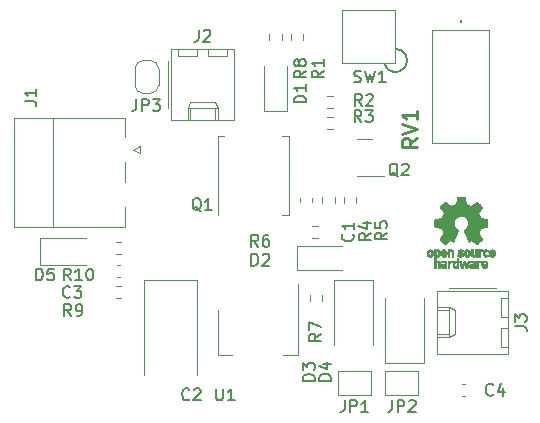
<source format=gbr>
%TF.GenerationSoftware,KiCad,Pcbnew,7.0.2-0*%
%TF.CreationDate,2023-05-10T21:03:08+08:00*%
%TF.ProjectId,LM317_supply_module,4c4d3331-375f-4737-9570-706c795f6d6f,rev?*%
%TF.SameCoordinates,Original*%
%TF.FileFunction,Legend,Top*%
%TF.FilePolarity,Positive*%
%FSLAX46Y46*%
G04 Gerber Fmt 4.6, Leading zero omitted, Abs format (unit mm)*
G04 Created by KiCad (PCBNEW 7.0.2-0) date 2023-05-10 21:03:08*
%MOMM*%
%LPD*%
G01*
G04 APERTURE LIST*
%ADD10C,0.150000*%
%ADD11C,0.254000*%
%ADD12C,0.120000*%
%ADD13C,0.010000*%
%ADD14C,0.100000*%
%ADD15C,0.200000*%
G04 APERTURE END LIST*
D10*
%TO.C,JP3*%
X188446666Y-129422619D02*
X188446666Y-130136904D01*
X188446666Y-130136904D02*
X188399047Y-130279761D01*
X188399047Y-130279761D02*
X188303809Y-130375000D01*
X188303809Y-130375000D02*
X188160952Y-130422619D01*
X188160952Y-130422619D02*
X188065714Y-130422619D01*
X188922857Y-130422619D02*
X188922857Y-129422619D01*
X188922857Y-129422619D02*
X189303809Y-129422619D01*
X189303809Y-129422619D02*
X189399047Y-129470238D01*
X189399047Y-129470238D02*
X189446666Y-129517857D01*
X189446666Y-129517857D02*
X189494285Y-129613095D01*
X189494285Y-129613095D02*
X189494285Y-129755952D01*
X189494285Y-129755952D02*
X189446666Y-129851190D01*
X189446666Y-129851190D02*
X189399047Y-129898809D01*
X189399047Y-129898809D02*
X189303809Y-129946428D01*
X189303809Y-129946428D02*
X188922857Y-129946428D01*
X189827619Y-129422619D02*
X190446666Y-129422619D01*
X190446666Y-129422619D02*
X190113333Y-129803571D01*
X190113333Y-129803571D02*
X190256190Y-129803571D01*
X190256190Y-129803571D02*
X190351428Y-129851190D01*
X190351428Y-129851190D02*
X190399047Y-129898809D01*
X190399047Y-129898809D02*
X190446666Y-129994047D01*
X190446666Y-129994047D02*
X190446666Y-130232142D01*
X190446666Y-130232142D02*
X190399047Y-130327380D01*
X190399047Y-130327380D02*
X190351428Y-130375000D01*
X190351428Y-130375000D02*
X190256190Y-130422619D01*
X190256190Y-130422619D02*
X189970476Y-130422619D01*
X189970476Y-130422619D02*
X189875238Y-130375000D01*
X189875238Y-130375000D02*
X189827619Y-130327380D01*
%TO.C,J3*%
X220482619Y-148653333D02*
X221196904Y-148653333D01*
X221196904Y-148653333D02*
X221339761Y-148700952D01*
X221339761Y-148700952D02*
X221435000Y-148796190D01*
X221435000Y-148796190D02*
X221482619Y-148939047D01*
X221482619Y-148939047D02*
X221482619Y-149034285D01*
X220482619Y-148272380D02*
X220482619Y-147653333D01*
X220482619Y-147653333D02*
X220863571Y-147986666D01*
X220863571Y-147986666D02*
X220863571Y-147843809D01*
X220863571Y-147843809D02*
X220911190Y-147748571D01*
X220911190Y-147748571D02*
X220958809Y-147700952D01*
X220958809Y-147700952D02*
X221054047Y-147653333D01*
X221054047Y-147653333D02*
X221292142Y-147653333D01*
X221292142Y-147653333D02*
X221387380Y-147700952D01*
X221387380Y-147700952D02*
X221435000Y-147748571D01*
X221435000Y-147748571D02*
X221482619Y-147843809D01*
X221482619Y-147843809D02*
X221482619Y-148129523D01*
X221482619Y-148129523D02*
X221435000Y-148224761D01*
X221435000Y-148224761D02*
X221387380Y-148272380D01*
%TO.C,J1*%
X178992619Y-129583333D02*
X179706904Y-129583333D01*
X179706904Y-129583333D02*
X179849761Y-129630952D01*
X179849761Y-129630952D02*
X179945000Y-129726190D01*
X179945000Y-129726190D02*
X179992619Y-129869047D01*
X179992619Y-129869047D02*
X179992619Y-129964285D01*
X179992619Y-128583333D02*
X179992619Y-129154761D01*
X179992619Y-128869047D02*
X178992619Y-128869047D01*
X178992619Y-128869047D02*
X179135476Y-128964285D01*
X179135476Y-128964285D02*
X179230714Y-129059523D01*
X179230714Y-129059523D02*
X179278333Y-129154761D01*
%TO.C,JP1*%
X206071666Y-154912619D02*
X206071666Y-155626904D01*
X206071666Y-155626904D02*
X206024047Y-155769761D01*
X206024047Y-155769761D02*
X205928809Y-155865000D01*
X205928809Y-155865000D02*
X205785952Y-155912619D01*
X205785952Y-155912619D02*
X205690714Y-155912619D01*
X206547857Y-155912619D02*
X206547857Y-154912619D01*
X206547857Y-154912619D02*
X206928809Y-154912619D01*
X206928809Y-154912619D02*
X207024047Y-154960238D01*
X207024047Y-154960238D02*
X207071666Y-155007857D01*
X207071666Y-155007857D02*
X207119285Y-155103095D01*
X207119285Y-155103095D02*
X207119285Y-155245952D01*
X207119285Y-155245952D02*
X207071666Y-155341190D01*
X207071666Y-155341190D02*
X207024047Y-155388809D01*
X207024047Y-155388809D02*
X206928809Y-155436428D01*
X206928809Y-155436428D02*
X206547857Y-155436428D01*
X208071666Y-155912619D02*
X207500238Y-155912619D01*
X207785952Y-155912619D02*
X207785952Y-154912619D01*
X207785952Y-154912619D02*
X207690714Y-155055476D01*
X207690714Y-155055476D02*
X207595476Y-155150714D01*
X207595476Y-155150714D02*
X207500238Y-155198333D01*
%TO.C,R4*%
X208272619Y-140766666D02*
X207796428Y-141099999D01*
X208272619Y-141338094D02*
X207272619Y-141338094D01*
X207272619Y-141338094D02*
X207272619Y-140957142D01*
X207272619Y-140957142D02*
X207320238Y-140861904D01*
X207320238Y-140861904D02*
X207367857Y-140814285D01*
X207367857Y-140814285D02*
X207463095Y-140766666D01*
X207463095Y-140766666D02*
X207605952Y-140766666D01*
X207605952Y-140766666D02*
X207701190Y-140814285D01*
X207701190Y-140814285D02*
X207748809Y-140861904D01*
X207748809Y-140861904D02*
X207796428Y-140957142D01*
X207796428Y-140957142D02*
X207796428Y-141338094D01*
X207605952Y-139909523D02*
X208272619Y-139909523D01*
X207225000Y-140147618D02*
X207939285Y-140385713D01*
X207939285Y-140385713D02*
X207939285Y-139766666D01*
%TO.C,U1*%
X195188095Y-153932619D02*
X195188095Y-154742142D01*
X195188095Y-154742142D02*
X195235714Y-154837380D01*
X195235714Y-154837380D02*
X195283333Y-154885000D01*
X195283333Y-154885000D02*
X195378571Y-154932619D01*
X195378571Y-154932619D02*
X195569047Y-154932619D01*
X195569047Y-154932619D02*
X195664285Y-154885000D01*
X195664285Y-154885000D02*
X195711904Y-154837380D01*
X195711904Y-154837380D02*
X195759523Y-154742142D01*
X195759523Y-154742142D02*
X195759523Y-153932619D01*
X196759523Y-154932619D02*
X196188095Y-154932619D01*
X196473809Y-154932619D02*
X196473809Y-153932619D01*
X196473809Y-153932619D02*
X196378571Y-154075476D01*
X196378571Y-154075476D02*
X196283333Y-154170714D01*
X196283333Y-154170714D02*
X196188095Y-154218333D01*
%TO.C,C1*%
X206757380Y-140836666D02*
X206805000Y-140884285D01*
X206805000Y-140884285D02*
X206852619Y-141027142D01*
X206852619Y-141027142D02*
X206852619Y-141122380D01*
X206852619Y-141122380D02*
X206805000Y-141265237D01*
X206805000Y-141265237D02*
X206709761Y-141360475D01*
X206709761Y-141360475D02*
X206614523Y-141408094D01*
X206614523Y-141408094D02*
X206424047Y-141455713D01*
X206424047Y-141455713D02*
X206281190Y-141455713D01*
X206281190Y-141455713D02*
X206090714Y-141408094D01*
X206090714Y-141408094D02*
X205995476Y-141360475D01*
X205995476Y-141360475D02*
X205900238Y-141265237D01*
X205900238Y-141265237D02*
X205852619Y-141122380D01*
X205852619Y-141122380D02*
X205852619Y-141027142D01*
X205852619Y-141027142D02*
X205900238Y-140884285D01*
X205900238Y-140884285D02*
X205947857Y-140836666D01*
X206852619Y-139884285D02*
X206852619Y-140455713D01*
X206852619Y-140169999D02*
X205852619Y-140169999D01*
X205852619Y-140169999D02*
X205995476Y-140265237D01*
X205995476Y-140265237D02*
X206090714Y-140360475D01*
X206090714Y-140360475D02*
X206138333Y-140455713D01*
%TO.C,J2*%
X193716666Y-123542619D02*
X193716666Y-124256904D01*
X193716666Y-124256904D02*
X193669047Y-124399761D01*
X193669047Y-124399761D02*
X193573809Y-124495000D01*
X193573809Y-124495000D02*
X193430952Y-124542619D01*
X193430952Y-124542619D02*
X193335714Y-124542619D01*
X194145238Y-123637857D02*
X194192857Y-123590238D01*
X194192857Y-123590238D02*
X194288095Y-123542619D01*
X194288095Y-123542619D02*
X194526190Y-123542619D01*
X194526190Y-123542619D02*
X194621428Y-123590238D01*
X194621428Y-123590238D02*
X194669047Y-123637857D01*
X194669047Y-123637857D02*
X194716666Y-123733095D01*
X194716666Y-123733095D02*
X194716666Y-123828333D01*
X194716666Y-123828333D02*
X194669047Y-123971190D01*
X194669047Y-123971190D02*
X194097619Y-124542619D01*
X194097619Y-124542619D02*
X194716666Y-124542619D01*
%TO.C,R1*%
X204292619Y-127016666D02*
X203816428Y-127349999D01*
X204292619Y-127588094D02*
X203292619Y-127588094D01*
X203292619Y-127588094D02*
X203292619Y-127207142D01*
X203292619Y-127207142D02*
X203340238Y-127111904D01*
X203340238Y-127111904D02*
X203387857Y-127064285D01*
X203387857Y-127064285D02*
X203483095Y-127016666D01*
X203483095Y-127016666D02*
X203625952Y-127016666D01*
X203625952Y-127016666D02*
X203721190Y-127064285D01*
X203721190Y-127064285D02*
X203768809Y-127111904D01*
X203768809Y-127111904D02*
X203816428Y-127207142D01*
X203816428Y-127207142D02*
X203816428Y-127588094D01*
X204292619Y-126064285D02*
X204292619Y-126635713D01*
X204292619Y-126349999D02*
X203292619Y-126349999D01*
X203292619Y-126349999D02*
X203435476Y-126445237D01*
X203435476Y-126445237D02*
X203530714Y-126540475D01*
X203530714Y-126540475D02*
X203578333Y-126635713D01*
%TO.C,R5*%
X209662619Y-140726666D02*
X209186428Y-141059999D01*
X209662619Y-141298094D02*
X208662619Y-141298094D01*
X208662619Y-141298094D02*
X208662619Y-140917142D01*
X208662619Y-140917142D02*
X208710238Y-140821904D01*
X208710238Y-140821904D02*
X208757857Y-140774285D01*
X208757857Y-140774285D02*
X208853095Y-140726666D01*
X208853095Y-140726666D02*
X208995952Y-140726666D01*
X208995952Y-140726666D02*
X209091190Y-140774285D01*
X209091190Y-140774285D02*
X209138809Y-140821904D01*
X209138809Y-140821904D02*
X209186428Y-140917142D01*
X209186428Y-140917142D02*
X209186428Y-141298094D01*
X208662619Y-139821904D02*
X208662619Y-140298094D01*
X208662619Y-140298094D02*
X209138809Y-140345713D01*
X209138809Y-140345713D02*
X209091190Y-140298094D01*
X209091190Y-140298094D02*
X209043571Y-140202856D01*
X209043571Y-140202856D02*
X209043571Y-139964761D01*
X209043571Y-139964761D02*
X209091190Y-139869523D01*
X209091190Y-139869523D02*
X209138809Y-139821904D01*
X209138809Y-139821904D02*
X209234047Y-139774285D01*
X209234047Y-139774285D02*
X209472142Y-139774285D01*
X209472142Y-139774285D02*
X209567380Y-139821904D01*
X209567380Y-139821904D02*
X209615000Y-139869523D01*
X209615000Y-139869523D02*
X209662619Y-139964761D01*
X209662619Y-139964761D02*
X209662619Y-140202856D01*
X209662619Y-140202856D02*
X209615000Y-140298094D01*
X209615000Y-140298094D02*
X209567380Y-140345713D01*
%TO.C,C3*%
X182833333Y-146167380D02*
X182785714Y-146215000D01*
X182785714Y-146215000D02*
X182642857Y-146262619D01*
X182642857Y-146262619D02*
X182547619Y-146262619D01*
X182547619Y-146262619D02*
X182404762Y-146215000D01*
X182404762Y-146215000D02*
X182309524Y-146119761D01*
X182309524Y-146119761D02*
X182261905Y-146024523D01*
X182261905Y-146024523D02*
X182214286Y-145834047D01*
X182214286Y-145834047D02*
X182214286Y-145691190D01*
X182214286Y-145691190D02*
X182261905Y-145500714D01*
X182261905Y-145500714D02*
X182309524Y-145405476D01*
X182309524Y-145405476D02*
X182404762Y-145310238D01*
X182404762Y-145310238D02*
X182547619Y-145262619D01*
X182547619Y-145262619D02*
X182642857Y-145262619D01*
X182642857Y-145262619D02*
X182785714Y-145310238D01*
X182785714Y-145310238D02*
X182833333Y-145357857D01*
X183166667Y-145262619D02*
X183785714Y-145262619D01*
X183785714Y-145262619D02*
X183452381Y-145643571D01*
X183452381Y-145643571D02*
X183595238Y-145643571D01*
X183595238Y-145643571D02*
X183690476Y-145691190D01*
X183690476Y-145691190D02*
X183738095Y-145738809D01*
X183738095Y-145738809D02*
X183785714Y-145834047D01*
X183785714Y-145834047D02*
X183785714Y-146072142D01*
X183785714Y-146072142D02*
X183738095Y-146167380D01*
X183738095Y-146167380D02*
X183690476Y-146215000D01*
X183690476Y-146215000D02*
X183595238Y-146262619D01*
X183595238Y-146262619D02*
X183309524Y-146262619D01*
X183309524Y-146262619D02*
X183214286Y-146215000D01*
X183214286Y-146215000D02*
X183166667Y-146167380D01*
%TO.C,D4*%
X204922619Y-153248094D02*
X203922619Y-153248094D01*
X203922619Y-153248094D02*
X203922619Y-153009999D01*
X203922619Y-153009999D02*
X203970238Y-152867142D01*
X203970238Y-152867142D02*
X204065476Y-152771904D01*
X204065476Y-152771904D02*
X204160714Y-152724285D01*
X204160714Y-152724285D02*
X204351190Y-152676666D01*
X204351190Y-152676666D02*
X204494047Y-152676666D01*
X204494047Y-152676666D02*
X204684523Y-152724285D01*
X204684523Y-152724285D02*
X204779761Y-152771904D01*
X204779761Y-152771904D02*
X204875000Y-152867142D01*
X204875000Y-152867142D02*
X204922619Y-153009999D01*
X204922619Y-153009999D02*
X204922619Y-153248094D01*
X204255952Y-151819523D02*
X204922619Y-151819523D01*
X203875000Y-152057618D02*
X204589285Y-152295713D01*
X204589285Y-152295713D02*
X204589285Y-151676666D01*
%TO.C,D5*%
X179961905Y-144762619D02*
X179961905Y-143762619D01*
X179961905Y-143762619D02*
X180200000Y-143762619D01*
X180200000Y-143762619D02*
X180342857Y-143810238D01*
X180342857Y-143810238D02*
X180438095Y-143905476D01*
X180438095Y-143905476D02*
X180485714Y-144000714D01*
X180485714Y-144000714D02*
X180533333Y-144191190D01*
X180533333Y-144191190D02*
X180533333Y-144334047D01*
X180533333Y-144334047D02*
X180485714Y-144524523D01*
X180485714Y-144524523D02*
X180438095Y-144619761D01*
X180438095Y-144619761D02*
X180342857Y-144715000D01*
X180342857Y-144715000D02*
X180200000Y-144762619D01*
X180200000Y-144762619D02*
X179961905Y-144762619D01*
X181438095Y-143762619D02*
X180961905Y-143762619D01*
X180961905Y-143762619D02*
X180914286Y-144238809D01*
X180914286Y-144238809D02*
X180961905Y-144191190D01*
X180961905Y-144191190D02*
X181057143Y-144143571D01*
X181057143Y-144143571D02*
X181295238Y-144143571D01*
X181295238Y-144143571D02*
X181390476Y-144191190D01*
X181390476Y-144191190D02*
X181438095Y-144238809D01*
X181438095Y-144238809D02*
X181485714Y-144334047D01*
X181485714Y-144334047D02*
X181485714Y-144572142D01*
X181485714Y-144572142D02*
X181438095Y-144667380D01*
X181438095Y-144667380D02*
X181390476Y-144715000D01*
X181390476Y-144715000D02*
X181295238Y-144762619D01*
X181295238Y-144762619D02*
X181057143Y-144762619D01*
X181057143Y-144762619D02*
X180961905Y-144715000D01*
X180961905Y-144715000D02*
X180914286Y-144667380D01*
%TO.C,R7*%
X204072619Y-149296666D02*
X203596428Y-149629999D01*
X204072619Y-149868094D02*
X203072619Y-149868094D01*
X203072619Y-149868094D02*
X203072619Y-149487142D01*
X203072619Y-149487142D02*
X203120238Y-149391904D01*
X203120238Y-149391904D02*
X203167857Y-149344285D01*
X203167857Y-149344285D02*
X203263095Y-149296666D01*
X203263095Y-149296666D02*
X203405952Y-149296666D01*
X203405952Y-149296666D02*
X203501190Y-149344285D01*
X203501190Y-149344285D02*
X203548809Y-149391904D01*
X203548809Y-149391904D02*
X203596428Y-149487142D01*
X203596428Y-149487142D02*
X203596428Y-149868094D01*
X203072619Y-148963332D02*
X203072619Y-148296666D01*
X203072619Y-148296666D02*
X204072619Y-148725237D01*
%TO.C,C4*%
X218663333Y-154418380D02*
X218615714Y-154466000D01*
X218615714Y-154466000D02*
X218472857Y-154513619D01*
X218472857Y-154513619D02*
X218377619Y-154513619D01*
X218377619Y-154513619D02*
X218234762Y-154466000D01*
X218234762Y-154466000D02*
X218139524Y-154370761D01*
X218139524Y-154370761D02*
X218091905Y-154275523D01*
X218091905Y-154275523D02*
X218044286Y-154085047D01*
X218044286Y-154085047D02*
X218044286Y-153942190D01*
X218044286Y-153942190D02*
X218091905Y-153751714D01*
X218091905Y-153751714D02*
X218139524Y-153656476D01*
X218139524Y-153656476D02*
X218234762Y-153561238D01*
X218234762Y-153561238D02*
X218377619Y-153513619D01*
X218377619Y-153513619D02*
X218472857Y-153513619D01*
X218472857Y-153513619D02*
X218615714Y-153561238D01*
X218615714Y-153561238D02*
X218663333Y-153608857D01*
X219520476Y-153846952D02*
X219520476Y-154513619D01*
X219282381Y-153466000D02*
X219044286Y-154180285D01*
X219044286Y-154180285D02*
X219663333Y-154180285D01*
%TO.C,R3*%
X207503333Y-131352619D02*
X207170000Y-130876428D01*
X206931905Y-131352619D02*
X206931905Y-130352619D01*
X206931905Y-130352619D02*
X207312857Y-130352619D01*
X207312857Y-130352619D02*
X207408095Y-130400238D01*
X207408095Y-130400238D02*
X207455714Y-130447857D01*
X207455714Y-130447857D02*
X207503333Y-130543095D01*
X207503333Y-130543095D02*
X207503333Y-130685952D01*
X207503333Y-130685952D02*
X207455714Y-130781190D01*
X207455714Y-130781190D02*
X207408095Y-130828809D01*
X207408095Y-130828809D02*
X207312857Y-130876428D01*
X207312857Y-130876428D02*
X206931905Y-130876428D01*
X207836667Y-130352619D02*
X208455714Y-130352619D01*
X208455714Y-130352619D02*
X208122381Y-130733571D01*
X208122381Y-130733571D02*
X208265238Y-130733571D01*
X208265238Y-130733571D02*
X208360476Y-130781190D01*
X208360476Y-130781190D02*
X208408095Y-130828809D01*
X208408095Y-130828809D02*
X208455714Y-130924047D01*
X208455714Y-130924047D02*
X208455714Y-131162142D01*
X208455714Y-131162142D02*
X208408095Y-131257380D01*
X208408095Y-131257380D02*
X208360476Y-131305000D01*
X208360476Y-131305000D02*
X208265238Y-131352619D01*
X208265238Y-131352619D02*
X207979524Y-131352619D01*
X207979524Y-131352619D02*
X207884286Y-131305000D01*
X207884286Y-131305000D02*
X207836667Y-131257380D01*
%TO.C,Q1*%
X193934761Y-138907857D02*
X193839523Y-138860238D01*
X193839523Y-138860238D02*
X193744285Y-138765000D01*
X193744285Y-138765000D02*
X193601428Y-138622142D01*
X193601428Y-138622142D02*
X193506190Y-138574523D01*
X193506190Y-138574523D02*
X193410952Y-138574523D01*
X193458571Y-138812619D02*
X193363333Y-138765000D01*
X193363333Y-138765000D02*
X193268095Y-138669761D01*
X193268095Y-138669761D02*
X193220476Y-138479285D01*
X193220476Y-138479285D02*
X193220476Y-138145952D01*
X193220476Y-138145952D02*
X193268095Y-137955476D01*
X193268095Y-137955476D02*
X193363333Y-137860238D01*
X193363333Y-137860238D02*
X193458571Y-137812619D01*
X193458571Y-137812619D02*
X193649047Y-137812619D01*
X193649047Y-137812619D02*
X193744285Y-137860238D01*
X193744285Y-137860238D02*
X193839523Y-137955476D01*
X193839523Y-137955476D02*
X193887142Y-138145952D01*
X193887142Y-138145952D02*
X193887142Y-138479285D01*
X193887142Y-138479285D02*
X193839523Y-138669761D01*
X193839523Y-138669761D02*
X193744285Y-138765000D01*
X193744285Y-138765000D02*
X193649047Y-138812619D01*
X193649047Y-138812619D02*
X193458571Y-138812619D01*
X194839523Y-138812619D02*
X194268095Y-138812619D01*
X194553809Y-138812619D02*
X194553809Y-137812619D01*
X194553809Y-137812619D02*
X194458571Y-137955476D01*
X194458571Y-137955476D02*
X194363333Y-138050714D01*
X194363333Y-138050714D02*
X194268095Y-138098333D01*
%TO.C,R6*%
X198763333Y-141912619D02*
X198430000Y-141436428D01*
X198191905Y-141912619D02*
X198191905Y-140912619D01*
X198191905Y-140912619D02*
X198572857Y-140912619D01*
X198572857Y-140912619D02*
X198668095Y-140960238D01*
X198668095Y-140960238D02*
X198715714Y-141007857D01*
X198715714Y-141007857D02*
X198763333Y-141103095D01*
X198763333Y-141103095D02*
X198763333Y-141245952D01*
X198763333Y-141245952D02*
X198715714Y-141341190D01*
X198715714Y-141341190D02*
X198668095Y-141388809D01*
X198668095Y-141388809D02*
X198572857Y-141436428D01*
X198572857Y-141436428D02*
X198191905Y-141436428D01*
X199620476Y-140912619D02*
X199430000Y-140912619D01*
X199430000Y-140912619D02*
X199334762Y-140960238D01*
X199334762Y-140960238D02*
X199287143Y-141007857D01*
X199287143Y-141007857D02*
X199191905Y-141150714D01*
X199191905Y-141150714D02*
X199144286Y-141341190D01*
X199144286Y-141341190D02*
X199144286Y-141722142D01*
X199144286Y-141722142D02*
X199191905Y-141817380D01*
X199191905Y-141817380D02*
X199239524Y-141865000D01*
X199239524Y-141865000D02*
X199334762Y-141912619D01*
X199334762Y-141912619D02*
X199525238Y-141912619D01*
X199525238Y-141912619D02*
X199620476Y-141865000D01*
X199620476Y-141865000D02*
X199668095Y-141817380D01*
X199668095Y-141817380D02*
X199715714Y-141722142D01*
X199715714Y-141722142D02*
X199715714Y-141484047D01*
X199715714Y-141484047D02*
X199668095Y-141388809D01*
X199668095Y-141388809D02*
X199620476Y-141341190D01*
X199620476Y-141341190D02*
X199525238Y-141293571D01*
X199525238Y-141293571D02*
X199334762Y-141293571D01*
X199334762Y-141293571D02*
X199239524Y-141341190D01*
X199239524Y-141341190D02*
X199191905Y-141388809D01*
X199191905Y-141388809D02*
X199144286Y-141484047D01*
%TO.C,R9*%
X182933333Y-147762619D02*
X182600000Y-147286428D01*
X182361905Y-147762619D02*
X182361905Y-146762619D01*
X182361905Y-146762619D02*
X182742857Y-146762619D01*
X182742857Y-146762619D02*
X182838095Y-146810238D01*
X182838095Y-146810238D02*
X182885714Y-146857857D01*
X182885714Y-146857857D02*
X182933333Y-146953095D01*
X182933333Y-146953095D02*
X182933333Y-147095952D01*
X182933333Y-147095952D02*
X182885714Y-147191190D01*
X182885714Y-147191190D02*
X182838095Y-147238809D01*
X182838095Y-147238809D02*
X182742857Y-147286428D01*
X182742857Y-147286428D02*
X182361905Y-147286428D01*
X183409524Y-147762619D02*
X183600000Y-147762619D01*
X183600000Y-147762619D02*
X183695238Y-147715000D01*
X183695238Y-147715000D02*
X183742857Y-147667380D01*
X183742857Y-147667380D02*
X183838095Y-147524523D01*
X183838095Y-147524523D02*
X183885714Y-147334047D01*
X183885714Y-147334047D02*
X183885714Y-146953095D01*
X183885714Y-146953095D02*
X183838095Y-146857857D01*
X183838095Y-146857857D02*
X183790476Y-146810238D01*
X183790476Y-146810238D02*
X183695238Y-146762619D01*
X183695238Y-146762619D02*
X183504762Y-146762619D01*
X183504762Y-146762619D02*
X183409524Y-146810238D01*
X183409524Y-146810238D02*
X183361905Y-146857857D01*
X183361905Y-146857857D02*
X183314286Y-146953095D01*
X183314286Y-146953095D02*
X183314286Y-147191190D01*
X183314286Y-147191190D02*
X183361905Y-147286428D01*
X183361905Y-147286428D02*
X183409524Y-147334047D01*
X183409524Y-147334047D02*
X183504762Y-147381666D01*
X183504762Y-147381666D02*
X183695238Y-147381666D01*
X183695238Y-147381666D02*
X183790476Y-147334047D01*
X183790476Y-147334047D02*
X183838095Y-147286428D01*
X183838095Y-147286428D02*
X183885714Y-147191190D01*
%TO.C,D2*%
X198191905Y-143512619D02*
X198191905Y-142512619D01*
X198191905Y-142512619D02*
X198430000Y-142512619D01*
X198430000Y-142512619D02*
X198572857Y-142560238D01*
X198572857Y-142560238D02*
X198668095Y-142655476D01*
X198668095Y-142655476D02*
X198715714Y-142750714D01*
X198715714Y-142750714D02*
X198763333Y-142941190D01*
X198763333Y-142941190D02*
X198763333Y-143084047D01*
X198763333Y-143084047D02*
X198715714Y-143274523D01*
X198715714Y-143274523D02*
X198668095Y-143369761D01*
X198668095Y-143369761D02*
X198572857Y-143465000D01*
X198572857Y-143465000D02*
X198430000Y-143512619D01*
X198430000Y-143512619D02*
X198191905Y-143512619D01*
X199144286Y-142607857D02*
X199191905Y-142560238D01*
X199191905Y-142560238D02*
X199287143Y-142512619D01*
X199287143Y-142512619D02*
X199525238Y-142512619D01*
X199525238Y-142512619D02*
X199620476Y-142560238D01*
X199620476Y-142560238D02*
X199668095Y-142607857D01*
X199668095Y-142607857D02*
X199715714Y-142703095D01*
X199715714Y-142703095D02*
X199715714Y-142798333D01*
X199715714Y-142798333D02*
X199668095Y-142941190D01*
X199668095Y-142941190D02*
X199096667Y-143512619D01*
X199096667Y-143512619D02*
X199715714Y-143512619D01*
%TO.C,D3*%
X203542619Y-153268094D02*
X202542619Y-153268094D01*
X202542619Y-153268094D02*
X202542619Y-153029999D01*
X202542619Y-153029999D02*
X202590238Y-152887142D01*
X202590238Y-152887142D02*
X202685476Y-152791904D01*
X202685476Y-152791904D02*
X202780714Y-152744285D01*
X202780714Y-152744285D02*
X202971190Y-152696666D01*
X202971190Y-152696666D02*
X203114047Y-152696666D01*
X203114047Y-152696666D02*
X203304523Y-152744285D01*
X203304523Y-152744285D02*
X203399761Y-152791904D01*
X203399761Y-152791904D02*
X203495000Y-152887142D01*
X203495000Y-152887142D02*
X203542619Y-153029999D01*
X203542619Y-153029999D02*
X203542619Y-153268094D01*
X202542619Y-152363332D02*
X202542619Y-151744285D01*
X202542619Y-151744285D02*
X202923571Y-152077618D01*
X202923571Y-152077618D02*
X202923571Y-151934761D01*
X202923571Y-151934761D02*
X202971190Y-151839523D01*
X202971190Y-151839523D02*
X203018809Y-151791904D01*
X203018809Y-151791904D02*
X203114047Y-151744285D01*
X203114047Y-151744285D02*
X203352142Y-151744285D01*
X203352142Y-151744285D02*
X203447380Y-151791904D01*
X203447380Y-151791904D02*
X203495000Y-151839523D01*
X203495000Y-151839523D02*
X203542619Y-151934761D01*
X203542619Y-151934761D02*
X203542619Y-152220475D01*
X203542619Y-152220475D02*
X203495000Y-152315713D01*
X203495000Y-152315713D02*
X203447380Y-152363332D01*
%TO.C,JP2*%
X210096666Y-154912619D02*
X210096666Y-155626904D01*
X210096666Y-155626904D02*
X210049047Y-155769761D01*
X210049047Y-155769761D02*
X209953809Y-155865000D01*
X209953809Y-155865000D02*
X209810952Y-155912619D01*
X209810952Y-155912619D02*
X209715714Y-155912619D01*
X210572857Y-155912619D02*
X210572857Y-154912619D01*
X210572857Y-154912619D02*
X210953809Y-154912619D01*
X210953809Y-154912619D02*
X211049047Y-154960238D01*
X211049047Y-154960238D02*
X211096666Y-155007857D01*
X211096666Y-155007857D02*
X211144285Y-155103095D01*
X211144285Y-155103095D02*
X211144285Y-155245952D01*
X211144285Y-155245952D02*
X211096666Y-155341190D01*
X211096666Y-155341190D02*
X211049047Y-155388809D01*
X211049047Y-155388809D02*
X210953809Y-155436428D01*
X210953809Y-155436428D02*
X210572857Y-155436428D01*
X211525238Y-155007857D02*
X211572857Y-154960238D01*
X211572857Y-154960238D02*
X211668095Y-154912619D01*
X211668095Y-154912619D02*
X211906190Y-154912619D01*
X211906190Y-154912619D02*
X212001428Y-154960238D01*
X212001428Y-154960238D02*
X212049047Y-155007857D01*
X212049047Y-155007857D02*
X212096666Y-155103095D01*
X212096666Y-155103095D02*
X212096666Y-155198333D01*
X212096666Y-155198333D02*
X212049047Y-155341190D01*
X212049047Y-155341190D02*
X211477619Y-155912619D01*
X211477619Y-155912619D02*
X212096666Y-155912619D01*
D11*
%TO.C,RV1*%
X212217526Y-132705951D02*
X211612764Y-133129285D01*
X212217526Y-133431666D02*
X210947526Y-133431666D01*
X210947526Y-133431666D02*
X210947526Y-132947856D01*
X210947526Y-132947856D02*
X211008002Y-132826904D01*
X211008002Y-132826904D02*
X211068478Y-132766427D01*
X211068478Y-132766427D02*
X211189430Y-132705951D01*
X211189430Y-132705951D02*
X211370859Y-132705951D01*
X211370859Y-132705951D02*
X211491811Y-132766427D01*
X211491811Y-132766427D02*
X211552288Y-132826904D01*
X211552288Y-132826904D02*
X211612764Y-132947856D01*
X211612764Y-132947856D02*
X211612764Y-133431666D01*
X210947526Y-132343094D02*
X212217526Y-131919761D01*
X212217526Y-131919761D02*
X210947526Y-131496427D01*
X212217526Y-130407856D02*
X212217526Y-131133571D01*
X212217526Y-130770714D02*
X210947526Y-130770714D01*
X210947526Y-130770714D02*
X211128954Y-130891666D01*
X211128954Y-130891666D02*
X211249907Y-131012618D01*
X211249907Y-131012618D02*
X211310383Y-131133571D01*
D10*
%TO.C,SW1*%
X206896667Y-127965000D02*
X207039524Y-128012619D01*
X207039524Y-128012619D02*
X207277619Y-128012619D01*
X207277619Y-128012619D02*
X207372857Y-127965000D01*
X207372857Y-127965000D02*
X207420476Y-127917380D01*
X207420476Y-127917380D02*
X207468095Y-127822142D01*
X207468095Y-127822142D02*
X207468095Y-127726904D01*
X207468095Y-127726904D02*
X207420476Y-127631666D01*
X207420476Y-127631666D02*
X207372857Y-127584047D01*
X207372857Y-127584047D02*
X207277619Y-127536428D01*
X207277619Y-127536428D02*
X207087143Y-127488809D01*
X207087143Y-127488809D02*
X206991905Y-127441190D01*
X206991905Y-127441190D02*
X206944286Y-127393571D01*
X206944286Y-127393571D02*
X206896667Y-127298333D01*
X206896667Y-127298333D02*
X206896667Y-127203095D01*
X206896667Y-127203095D02*
X206944286Y-127107857D01*
X206944286Y-127107857D02*
X206991905Y-127060238D01*
X206991905Y-127060238D02*
X207087143Y-127012619D01*
X207087143Y-127012619D02*
X207325238Y-127012619D01*
X207325238Y-127012619D02*
X207468095Y-127060238D01*
X207801429Y-127012619D02*
X208039524Y-128012619D01*
X208039524Y-128012619D02*
X208230000Y-127298333D01*
X208230000Y-127298333D02*
X208420476Y-128012619D01*
X208420476Y-128012619D02*
X208658572Y-127012619D01*
X209563333Y-128012619D02*
X208991905Y-128012619D01*
X209277619Y-128012619D02*
X209277619Y-127012619D01*
X209277619Y-127012619D02*
X209182381Y-127155476D01*
X209182381Y-127155476D02*
X209087143Y-127250714D01*
X209087143Y-127250714D02*
X208991905Y-127298333D01*
%TO.C,Q2*%
X210604761Y-135967857D02*
X210509523Y-135920238D01*
X210509523Y-135920238D02*
X210414285Y-135825000D01*
X210414285Y-135825000D02*
X210271428Y-135682142D01*
X210271428Y-135682142D02*
X210176190Y-135634523D01*
X210176190Y-135634523D02*
X210080952Y-135634523D01*
X210128571Y-135872619D02*
X210033333Y-135825000D01*
X210033333Y-135825000D02*
X209938095Y-135729761D01*
X209938095Y-135729761D02*
X209890476Y-135539285D01*
X209890476Y-135539285D02*
X209890476Y-135205952D01*
X209890476Y-135205952D02*
X209938095Y-135015476D01*
X209938095Y-135015476D02*
X210033333Y-134920238D01*
X210033333Y-134920238D02*
X210128571Y-134872619D01*
X210128571Y-134872619D02*
X210319047Y-134872619D01*
X210319047Y-134872619D02*
X210414285Y-134920238D01*
X210414285Y-134920238D02*
X210509523Y-135015476D01*
X210509523Y-135015476D02*
X210557142Y-135205952D01*
X210557142Y-135205952D02*
X210557142Y-135539285D01*
X210557142Y-135539285D02*
X210509523Y-135729761D01*
X210509523Y-135729761D02*
X210414285Y-135825000D01*
X210414285Y-135825000D02*
X210319047Y-135872619D01*
X210319047Y-135872619D02*
X210128571Y-135872619D01*
X210938095Y-134967857D02*
X210985714Y-134920238D01*
X210985714Y-134920238D02*
X211080952Y-134872619D01*
X211080952Y-134872619D02*
X211319047Y-134872619D01*
X211319047Y-134872619D02*
X211414285Y-134920238D01*
X211414285Y-134920238D02*
X211461904Y-134967857D01*
X211461904Y-134967857D02*
X211509523Y-135063095D01*
X211509523Y-135063095D02*
X211509523Y-135158333D01*
X211509523Y-135158333D02*
X211461904Y-135301190D01*
X211461904Y-135301190D02*
X210890476Y-135872619D01*
X210890476Y-135872619D02*
X211509523Y-135872619D01*
%TO.C,D1*%
X202792619Y-129688094D02*
X201792619Y-129688094D01*
X201792619Y-129688094D02*
X201792619Y-129449999D01*
X201792619Y-129449999D02*
X201840238Y-129307142D01*
X201840238Y-129307142D02*
X201935476Y-129211904D01*
X201935476Y-129211904D02*
X202030714Y-129164285D01*
X202030714Y-129164285D02*
X202221190Y-129116666D01*
X202221190Y-129116666D02*
X202364047Y-129116666D01*
X202364047Y-129116666D02*
X202554523Y-129164285D01*
X202554523Y-129164285D02*
X202649761Y-129211904D01*
X202649761Y-129211904D02*
X202745000Y-129307142D01*
X202745000Y-129307142D02*
X202792619Y-129449999D01*
X202792619Y-129449999D02*
X202792619Y-129688094D01*
X202792619Y-128164285D02*
X202792619Y-128735713D01*
X202792619Y-128449999D02*
X201792619Y-128449999D01*
X201792619Y-128449999D02*
X201935476Y-128545237D01*
X201935476Y-128545237D02*
X202030714Y-128640475D01*
X202030714Y-128640475D02*
X202078333Y-128735713D01*
%TO.C,R8*%
X202792619Y-127016666D02*
X202316428Y-127349999D01*
X202792619Y-127588094D02*
X201792619Y-127588094D01*
X201792619Y-127588094D02*
X201792619Y-127207142D01*
X201792619Y-127207142D02*
X201840238Y-127111904D01*
X201840238Y-127111904D02*
X201887857Y-127064285D01*
X201887857Y-127064285D02*
X201983095Y-127016666D01*
X201983095Y-127016666D02*
X202125952Y-127016666D01*
X202125952Y-127016666D02*
X202221190Y-127064285D01*
X202221190Y-127064285D02*
X202268809Y-127111904D01*
X202268809Y-127111904D02*
X202316428Y-127207142D01*
X202316428Y-127207142D02*
X202316428Y-127588094D01*
X202221190Y-126445237D02*
X202173571Y-126540475D01*
X202173571Y-126540475D02*
X202125952Y-126588094D01*
X202125952Y-126588094D02*
X202030714Y-126635713D01*
X202030714Y-126635713D02*
X201983095Y-126635713D01*
X201983095Y-126635713D02*
X201887857Y-126588094D01*
X201887857Y-126588094D02*
X201840238Y-126540475D01*
X201840238Y-126540475D02*
X201792619Y-126445237D01*
X201792619Y-126445237D02*
X201792619Y-126254761D01*
X201792619Y-126254761D02*
X201840238Y-126159523D01*
X201840238Y-126159523D02*
X201887857Y-126111904D01*
X201887857Y-126111904D02*
X201983095Y-126064285D01*
X201983095Y-126064285D02*
X202030714Y-126064285D01*
X202030714Y-126064285D02*
X202125952Y-126111904D01*
X202125952Y-126111904D02*
X202173571Y-126159523D01*
X202173571Y-126159523D02*
X202221190Y-126254761D01*
X202221190Y-126254761D02*
X202221190Y-126445237D01*
X202221190Y-126445237D02*
X202268809Y-126540475D01*
X202268809Y-126540475D02*
X202316428Y-126588094D01*
X202316428Y-126588094D02*
X202411666Y-126635713D01*
X202411666Y-126635713D02*
X202602142Y-126635713D01*
X202602142Y-126635713D02*
X202697380Y-126588094D01*
X202697380Y-126588094D02*
X202745000Y-126540475D01*
X202745000Y-126540475D02*
X202792619Y-126445237D01*
X202792619Y-126445237D02*
X202792619Y-126254761D01*
X202792619Y-126254761D02*
X202745000Y-126159523D01*
X202745000Y-126159523D02*
X202697380Y-126111904D01*
X202697380Y-126111904D02*
X202602142Y-126064285D01*
X202602142Y-126064285D02*
X202411666Y-126064285D01*
X202411666Y-126064285D02*
X202316428Y-126111904D01*
X202316428Y-126111904D02*
X202268809Y-126159523D01*
X202268809Y-126159523D02*
X202221190Y-126254761D01*
%TO.C,R10*%
X182887142Y-144762619D02*
X182553809Y-144286428D01*
X182315714Y-144762619D02*
X182315714Y-143762619D01*
X182315714Y-143762619D02*
X182696666Y-143762619D01*
X182696666Y-143762619D02*
X182791904Y-143810238D01*
X182791904Y-143810238D02*
X182839523Y-143857857D01*
X182839523Y-143857857D02*
X182887142Y-143953095D01*
X182887142Y-143953095D02*
X182887142Y-144095952D01*
X182887142Y-144095952D02*
X182839523Y-144191190D01*
X182839523Y-144191190D02*
X182791904Y-144238809D01*
X182791904Y-144238809D02*
X182696666Y-144286428D01*
X182696666Y-144286428D02*
X182315714Y-144286428D01*
X183839523Y-144762619D02*
X183268095Y-144762619D01*
X183553809Y-144762619D02*
X183553809Y-143762619D01*
X183553809Y-143762619D02*
X183458571Y-143905476D01*
X183458571Y-143905476D02*
X183363333Y-144000714D01*
X183363333Y-144000714D02*
X183268095Y-144048333D01*
X184458571Y-143762619D02*
X184553809Y-143762619D01*
X184553809Y-143762619D02*
X184649047Y-143810238D01*
X184649047Y-143810238D02*
X184696666Y-143857857D01*
X184696666Y-143857857D02*
X184744285Y-143953095D01*
X184744285Y-143953095D02*
X184791904Y-144143571D01*
X184791904Y-144143571D02*
X184791904Y-144381666D01*
X184791904Y-144381666D02*
X184744285Y-144572142D01*
X184744285Y-144572142D02*
X184696666Y-144667380D01*
X184696666Y-144667380D02*
X184649047Y-144715000D01*
X184649047Y-144715000D02*
X184553809Y-144762619D01*
X184553809Y-144762619D02*
X184458571Y-144762619D01*
X184458571Y-144762619D02*
X184363333Y-144715000D01*
X184363333Y-144715000D02*
X184315714Y-144667380D01*
X184315714Y-144667380D02*
X184268095Y-144572142D01*
X184268095Y-144572142D02*
X184220476Y-144381666D01*
X184220476Y-144381666D02*
X184220476Y-144143571D01*
X184220476Y-144143571D02*
X184268095Y-143953095D01*
X184268095Y-143953095D02*
X184315714Y-143857857D01*
X184315714Y-143857857D02*
X184363333Y-143810238D01*
X184363333Y-143810238D02*
X184458571Y-143762619D01*
%TO.C,C2*%
X192943333Y-154817380D02*
X192895714Y-154865000D01*
X192895714Y-154865000D02*
X192752857Y-154912619D01*
X192752857Y-154912619D02*
X192657619Y-154912619D01*
X192657619Y-154912619D02*
X192514762Y-154865000D01*
X192514762Y-154865000D02*
X192419524Y-154769761D01*
X192419524Y-154769761D02*
X192371905Y-154674523D01*
X192371905Y-154674523D02*
X192324286Y-154484047D01*
X192324286Y-154484047D02*
X192324286Y-154341190D01*
X192324286Y-154341190D02*
X192371905Y-154150714D01*
X192371905Y-154150714D02*
X192419524Y-154055476D01*
X192419524Y-154055476D02*
X192514762Y-153960238D01*
X192514762Y-153960238D02*
X192657619Y-153912619D01*
X192657619Y-153912619D02*
X192752857Y-153912619D01*
X192752857Y-153912619D02*
X192895714Y-153960238D01*
X192895714Y-153960238D02*
X192943333Y-154007857D01*
X193324286Y-154007857D02*
X193371905Y-153960238D01*
X193371905Y-153960238D02*
X193467143Y-153912619D01*
X193467143Y-153912619D02*
X193705238Y-153912619D01*
X193705238Y-153912619D02*
X193800476Y-153960238D01*
X193800476Y-153960238D02*
X193848095Y-154007857D01*
X193848095Y-154007857D02*
X193895714Y-154103095D01*
X193895714Y-154103095D02*
X193895714Y-154198333D01*
X193895714Y-154198333D02*
X193848095Y-154341190D01*
X193848095Y-154341190D02*
X193276667Y-154912619D01*
X193276667Y-154912619D02*
X193895714Y-154912619D01*
%TO.C,R2*%
X207533333Y-129982619D02*
X207200000Y-129506428D01*
X206961905Y-129982619D02*
X206961905Y-128982619D01*
X206961905Y-128982619D02*
X207342857Y-128982619D01*
X207342857Y-128982619D02*
X207438095Y-129030238D01*
X207438095Y-129030238D02*
X207485714Y-129077857D01*
X207485714Y-129077857D02*
X207533333Y-129173095D01*
X207533333Y-129173095D02*
X207533333Y-129315952D01*
X207533333Y-129315952D02*
X207485714Y-129411190D01*
X207485714Y-129411190D02*
X207438095Y-129458809D01*
X207438095Y-129458809D02*
X207342857Y-129506428D01*
X207342857Y-129506428D02*
X206961905Y-129506428D01*
X207914286Y-129077857D02*
X207961905Y-129030238D01*
X207961905Y-129030238D02*
X208057143Y-128982619D01*
X208057143Y-128982619D02*
X208295238Y-128982619D01*
X208295238Y-128982619D02*
X208390476Y-129030238D01*
X208390476Y-129030238D02*
X208438095Y-129077857D01*
X208438095Y-129077857D02*
X208485714Y-129173095D01*
X208485714Y-129173095D02*
X208485714Y-129268333D01*
X208485714Y-129268333D02*
X208438095Y-129411190D01*
X208438095Y-129411190D02*
X207866667Y-129982619D01*
X207866667Y-129982619D02*
X208485714Y-129982619D01*
D12*
%TO.C,JP3*%
X190330000Y-126840000D02*
X190330000Y-128240000D01*
X188330000Y-128240000D02*
X188330000Y-126840000D01*
X189630000Y-128940000D02*
X189030000Y-128940000D01*
X189030000Y-126140000D02*
X189630000Y-126140000D01*
X188330000Y-128240000D02*
G75*
G03*
X189030000Y-128940000I699999J-1D01*
G01*
X189630000Y-128940000D02*
G75*
G03*
X190330000Y-128240000I1J699999D01*
G01*
X190330000Y-126840000D02*
G75*
G03*
X189630000Y-126140000I-700000J0D01*
G01*
X189030000Y-126140000D02*
G75*
G03*
X188330000Y-126840000I0J-700000D01*
G01*
%TO.C,J3*%
X215440000Y-147300000D02*
X215440000Y-149340000D01*
X219330000Y-150390000D02*
X219930000Y-150390000D01*
X213910000Y-150970000D02*
X219930000Y-150970000D01*
X219930000Y-146250000D02*
X219330000Y-146250000D01*
X219930000Y-150970000D02*
X219930000Y-145670000D01*
X214910000Y-147050000D02*
X215440000Y-147300000D01*
X213910000Y-147300000D02*
X214910000Y-147300000D01*
X213910000Y-147050000D02*
X214910000Y-147050000D01*
X214910000Y-147050000D02*
X214910000Y-149590000D01*
X215440000Y-149340000D02*
X214910000Y-149590000D01*
X219330000Y-148790000D02*
X219330000Y-150390000D01*
X219330000Y-146250000D02*
X219330000Y-147850000D01*
X213910000Y-149340000D02*
X214910000Y-149340000D01*
X214910000Y-149590000D02*
X213910000Y-149590000D01*
X219930000Y-148790000D02*
X219330000Y-148790000D01*
X219930000Y-145670000D02*
X213910000Y-145670000D01*
X218900000Y-145380000D02*
X214900000Y-145380000D01*
X219330000Y-147850000D02*
X219930000Y-147850000D01*
X213910000Y-145670000D02*
X213910000Y-150970000D01*
%TO.C,J1*%
X178052500Y-140220000D02*
X187472500Y-140220000D01*
X187472500Y-140220000D02*
X187472500Y-138560000D01*
X187472500Y-134750000D02*
X187472500Y-136460000D01*
X188762500Y-134000000D02*
X188162500Y-133700000D01*
X188162500Y-133700000D02*
X188762500Y-133400000D01*
X188762500Y-133400000D02*
X188762500Y-134000000D01*
X178052500Y-130990000D02*
X178052500Y-140220000D01*
X181362500Y-130990000D02*
X181362500Y-140220000D01*
X187472500Y-130990000D02*
X187472500Y-132650000D01*
X187472500Y-130990000D02*
X178052500Y-130990000D01*
%TO.C,JP1*%
X205505000Y-152450000D02*
X208305000Y-152450000D01*
X205505000Y-154450000D02*
X205505000Y-152450000D01*
X208305000Y-152450000D02*
X208305000Y-154450000D01*
X208305000Y-154450000D02*
X205505000Y-154450000D01*
%TO.C,R4*%
X205252500Y-137712742D02*
X205252500Y-138187258D01*
X204207500Y-137712742D02*
X204207500Y-138187258D01*
%TO.C,U1*%
X202140000Y-145050000D02*
X202140000Y-151060000D01*
X195320000Y-147300000D02*
X195320000Y-151060000D01*
X202140000Y-151060000D02*
X200880000Y-151060000D01*
X195320000Y-151060000D02*
X196580000Y-151060000D01*
%TO.C,C1*%
X203340000Y-137809420D02*
X203340000Y-138090580D01*
X202320000Y-137809420D02*
X202320000Y-138090580D01*
%TO.C,J2*%
X191110000Y-126200000D02*
X191110000Y-130200000D01*
X191400000Y-125170000D02*
X191400000Y-131190000D01*
X191400000Y-131190000D02*
X196700000Y-131190000D01*
X191980000Y-125170000D02*
X191980000Y-125770000D01*
X191980000Y-125770000D02*
X193580000Y-125770000D01*
X192780000Y-130190000D02*
X193030000Y-129660000D01*
X192780000Y-130190000D02*
X195320000Y-130190000D01*
X192780000Y-131190000D02*
X192780000Y-130190000D01*
X193030000Y-129660000D02*
X195070000Y-129660000D01*
X193030000Y-131190000D02*
X193030000Y-130190000D01*
X193580000Y-125770000D02*
X193580000Y-125170000D01*
X194520000Y-125170000D02*
X194520000Y-125770000D01*
X194520000Y-125770000D02*
X196120000Y-125770000D01*
X195070000Y-129660000D02*
X195320000Y-130190000D01*
X195070000Y-131190000D02*
X195070000Y-130190000D01*
X195320000Y-130190000D02*
X195320000Y-131190000D01*
X196120000Y-125770000D02*
X196120000Y-125170000D01*
X196700000Y-125170000D02*
X191400000Y-125170000D01*
X196700000Y-131190000D02*
X196700000Y-125170000D01*
%TO.C,R1*%
X202552500Y-123912742D02*
X202552500Y-124387258D01*
X201507500Y-123912742D02*
X201507500Y-124387258D01*
%TO.C,R5*%
X207062500Y-137717742D02*
X207062500Y-138192258D01*
X206017500Y-137717742D02*
X206017500Y-138192258D01*
%TO.C,C3*%
X187070580Y-144460000D02*
X186789420Y-144460000D01*
X187070580Y-143440000D02*
X186789420Y-143440000D01*
%TO.C,D4*%
X209480000Y-151760000D02*
X212780000Y-151760000D01*
X209480000Y-151760000D02*
X209480000Y-146250000D01*
X212780000Y-151760000D02*
X212780000Y-146250000D01*
%TO.C,D5*%
X180315000Y-141165000D02*
X180315000Y-143435000D01*
X180315000Y-143435000D02*
X184200000Y-143435000D01*
X184200000Y-141165000D02*
X180315000Y-141165000D01*
%TO.C,R7*%
X204152500Y-146012742D02*
X204152500Y-146487258D01*
X203107500Y-146012742D02*
X203107500Y-146487258D01*
%TO.C,REF\u002A\u002A*%
D13*
X217719460Y-142148030D02*
X217762711Y-142161245D01*
X217790558Y-142177941D01*
X217799629Y-142191145D01*
X217797132Y-142206797D01*
X217780931Y-142231385D01*
X217767232Y-142248800D01*
X217738992Y-142280283D01*
X217717775Y-142293529D01*
X217699688Y-142292664D01*
X217646035Y-142279010D01*
X217606630Y-142279630D01*
X217574632Y-142295104D01*
X217563890Y-142304161D01*
X217529505Y-142336027D01*
X217529505Y-142752179D01*
X217391188Y-142752179D01*
X217391188Y-142148614D01*
X217460347Y-142148614D01*
X217501869Y-142150256D01*
X217523291Y-142156087D01*
X217529502Y-142167461D01*
X217529505Y-142167798D01*
X217532439Y-142179713D01*
X217545704Y-142178159D01*
X217564084Y-142169563D01*
X217602046Y-142153568D01*
X217632872Y-142143945D01*
X217672536Y-142141478D01*
X217719460Y-142148030D01*
G36*
X217719460Y-142148030D02*
G01*
X217762711Y-142161245D01*
X217790558Y-142177941D01*
X217799629Y-142191145D01*
X217797132Y-142206797D01*
X217780931Y-142231385D01*
X217767232Y-142248800D01*
X217738992Y-142280283D01*
X217717775Y-142293529D01*
X217699688Y-142292664D01*
X217646035Y-142279010D01*
X217606630Y-142279630D01*
X217574632Y-142295104D01*
X217563890Y-142304161D01*
X217529505Y-142336027D01*
X217529505Y-142752179D01*
X217391188Y-142752179D01*
X217391188Y-142148614D01*
X217460347Y-142148614D01*
X217501869Y-142150256D01*
X217523291Y-142156087D01*
X217529502Y-142167461D01*
X217529505Y-142167798D01*
X217532439Y-142179713D01*
X217545704Y-142178159D01*
X217564084Y-142169563D01*
X217602046Y-142153568D01*
X217632872Y-142143945D01*
X217672536Y-142141478D01*
X217719460Y-142148030D01*
G37*
X217555255Y-143091486D02*
X217603595Y-143101015D01*
X217631114Y-143115125D01*
X217660064Y-143138568D01*
X217618876Y-143190571D01*
X217593482Y-143222064D01*
X217576238Y-143237428D01*
X217559102Y-143239776D01*
X217534027Y-143232217D01*
X217522257Y-143227941D01*
X217474270Y-143221631D01*
X217430324Y-143235156D01*
X217398060Y-143265710D01*
X217392819Y-143275452D01*
X217387112Y-143301258D01*
X217382706Y-143348817D01*
X217379811Y-143414758D01*
X217378631Y-143495710D01*
X217378614Y-143507226D01*
X217378614Y-143707822D01*
X217240297Y-143707822D01*
X217240297Y-143091683D01*
X217309456Y-143091683D01*
X217349333Y-143092725D01*
X217370107Y-143097358D01*
X217377789Y-143107849D01*
X217378614Y-143117745D01*
X217378614Y-143143806D01*
X217411745Y-143117745D01*
X217449735Y-143099965D01*
X217500770Y-143091174D01*
X217555255Y-143091486D01*
G36*
X217555255Y-143091486D02*
G01*
X217603595Y-143101015D01*
X217631114Y-143115125D01*
X217660064Y-143138568D01*
X217618876Y-143190571D01*
X217593482Y-143222064D01*
X217576238Y-143237428D01*
X217559102Y-143239776D01*
X217534027Y-143232217D01*
X217522257Y-143227941D01*
X217474270Y-143221631D01*
X217430324Y-143235156D01*
X217398060Y-143265710D01*
X217392819Y-143275452D01*
X217387112Y-143301258D01*
X217382706Y-143348817D01*
X217379811Y-143414758D01*
X217378631Y-143495710D01*
X217378614Y-143507226D01*
X217378614Y-143707822D01*
X217240297Y-143707822D01*
X217240297Y-143091683D01*
X217309456Y-143091683D01*
X217349333Y-143092725D01*
X217370107Y-143097358D01*
X217377789Y-143107849D01*
X217378614Y-143117745D01*
X217378614Y-143143806D01*
X217411745Y-143117745D01*
X217449735Y-143099965D01*
X217500770Y-143091174D01*
X217555255Y-143091486D01*
G37*
X214926644Y-143093020D02*
X214945461Y-143098660D01*
X214951527Y-143111053D01*
X214951782Y-143116647D01*
X214952871Y-143132230D01*
X214960368Y-143134676D01*
X214980619Y-143123993D01*
X214992649Y-143116694D01*
X215030600Y-143101063D01*
X215075928Y-143093334D01*
X215123456Y-143092740D01*
X215168005Y-143098513D01*
X215204398Y-143109884D01*
X215227457Y-143126088D01*
X215232004Y-143146355D01*
X215229709Y-143151843D01*
X215212980Y-143174626D01*
X215187037Y-143202647D01*
X215182345Y-143207177D01*
X215157617Y-143228005D01*
X215136282Y-143234735D01*
X215106445Y-143230038D01*
X215094492Y-143226917D01*
X215057295Y-143219421D01*
X215031141Y-143222792D01*
X215009054Y-143234681D01*
X214988822Y-143250635D01*
X214973921Y-143270700D01*
X214963566Y-143298702D01*
X214956971Y-143338467D01*
X214953351Y-143393823D01*
X214951922Y-143468594D01*
X214951782Y-143513740D01*
X214951782Y-143707822D01*
X214826040Y-143707822D01*
X214826040Y-143091683D01*
X214888911Y-143091683D01*
X214926644Y-143093020D01*
G36*
X214926644Y-143093020D02*
G01*
X214945461Y-143098660D01*
X214951527Y-143111053D01*
X214951782Y-143116647D01*
X214952871Y-143132230D01*
X214960368Y-143134676D01*
X214980619Y-143123993D01*
X214992649Y-143116694D01*
X215030600Y-143101063D01*
X215075928Y-143093334D01*
X215123456Y-143092740D01*
X215168005Y-143098513D01*
X215204398Y-143109884D01*
X215227457Y-143126088D01*
X215232004Y-143146355D01*
X215229709Y-143151843D01*
X215212980Y-143174626D01*
X215187037Y-143202647D01*
X215182345Y-143207177D01*
X215157617Y-143228005D01*
X215136282Y-143234735D01*
X215106445Y-143230038D01*
X215094492Y-143226917D01*
X215057295Y-143219421D01*
X215031141Y-143222792D01*
X215009054Y-143234681D01*
X214988822Y-143250635D01*
X214973921Y-143270700D01*
X214963566Y-143298702D01*
X214956971Y-143338467D01*
X214953351Y-143393823D01*
X214951922Y-143468594D01*
X214951782Y-143513740D01*
X214951782Y-143707822D01*
X214826040Y-143707822D01*
X214826040Y-143091683D01*
X214888911Y-143091683D01*
X214926644Y-143093020D01*
G37*
X216913367Y-142344342D02*
X216914555Y-142436563D01*
X216918897Y-142506610D01*
X216927558Y-142557381D01*
X216941704Y-142591772D01*
X216962500Y-142612679D01*
X216991110Y-142623000D01*
X217026535Y-142625636D01*
X217063636Y-142622682D01*
X217091818Y-142611889D01*
X217112243Y-142590360D01*
X217126079Y-142555199D01*
X217134491Y-142503510D01*
X217138643Y-142432394D01*
X217139703Y-142344342D01*
X217139703Y-142148614D01*
X217278020Y-142148614D01*
X217278020Y-142752179D01*
X217208862Y-142752179D01*
X217167170Y-142750489D01*
X217145701Y-142744556D01*
X217139703Y-142733293D01*
X217136091Y-142723261D01*
X217121714Y-142725383D01*
X217092736Y-142739580D01*
X217026319Y-142761480D01*
X216955875Y-142759928D01*
X216888377Y-142736147D01*
X216856233Y-142717362D01*
X216831715Y-142697022D01*
X216813804Y-142671573D01*
X216801479Y-142637458D01*
X216793723Y-142591121D01*
X216789516Y-142529007D01*
X216787840Y-142447561D01*
X216787624Y-142384578D01*
X216787624Y-142148614D01*
X216913367Y-142148614D01*
X216913367Y-142344342D01*
G36*
X216913367Y-142344342D02*
G01*
X216914555Y-142436563D01*
X216918897Y-142506610D01*
X216927558Y-142557381D01*
X216941704Y-142591772D01*
X216962500Y-142612679D01*
X216991110Y-142623000D01*
X217026535Y-142625636D01*
X217063636Y-142622682D01*
X217091818Y-142611889D01*
X217112243Y-142590360D01*
X217126079Y-142555199D01*
X217134491Y-142503510D01*
X217138643Y-142432394D01*
X217139703Y-142344342D01*
X217139703Y-142148614D01*
X217278020Y-142148614D01*
X217278020Y-142752179D01*
X217208862Y-142752179D01*
X217167170Y-142750489D01*
X217145701Y-142744556D01*
X217139703Y-142733293D01*
X217136091Y-142723261D01*
X217121714Y-142725383D01*
X217092736Y-142739580D01*
X217026319Y-142761480D01*
X216955875Y-142759928D01*
X216888377Y-142736147D01*
X216856233Y-142717362D01*
X216831715Y-142697022D01*
X216813804Y-142671573D01*
X216801479Y-142637458D01*
X216793723Y-142591121D01*
X216789516Y-142529007D01*
X216787840Y-142447561D01*
X216787624Y-142384578D01*
X216787624Y-142148614D01*
X216913367Y-142148614D01*
X216913367Y-142344342D01*
G37*
X215165988Y-142159002D02*
X215197283Y-142173950D01*
X215227591Y-142195541D01*
X215250682Y-142220391D01*
X215267500Y-142252087D01*
X215278994Y-142294214D01*
X215286109Y-142350358D01*
X215289793Y-142424106D01*
X215290992Y-142519044D01*
X215291011Y-142528985D01*
X215291287Y-142752179D01*
X215152970Y-142752179D01*
X215152970Y-142546418D01*
X215152872Y-142470189D01*
X215152191Y-142414939D01*
X215150349Y-142376501D01*
X215146767Y-142350706D01*
X215140868Y-142333384D01*
X215132073Y-142320368D01*
X215119820Y-142307507D01*
X215076953Y-142279873D01*
X215030157Y-142274745D01*
X214985576Y-142292217D01*
X214970072Y-142305221D01*
X214958690Y-142317447D01*
X214950519Y-142330540D01*
X214945026Y-142348615D01*
X214941680Y-142375787D01*
X214939949Y-142416170D01*
X214939303Y-142473879D01*
X214939208Y-142544132D01*
X214939208Y-142752179D01*
X214800891Y-142752179D01*
X214800891Y-142148614D01*
X214870050Y-142148614D01*
X214911572Y-142150256D01*
X214932994Y-142156087D01*
X214939205Y-142167461D01*
X214939208Y-142167798D01*
X214942090Y-142178938D01*
X214954801Y-142177674D01*
X214980074Y-142165434D01*
X215037395Y-142147424D01*
X215102963Y-142145421D01*
X215165988Y-142159002D01*
G36*
X215165988Y-142159002D02*
G01*
X215197283Y-142173950D01*
X215227591Y-142195541D01*
X215250682Y-142220391D01*
X215267500Y-142252087D01*
X215278994Y-142294214D01*
X215286109Y-142350358D01*
X215289793Y-142424106D01*
X215290992Y-142519044D01*
X215291011Y-142528985D01*
X215291287Y-142752179D01*
X215152970Y-142752179D01*
X215152970Y-142546418D01*
X215152872Y-142470189D01*
X215152191Y-142414939D01*
X215150349Y-142376501D01*
X215146767Y-142350706D01*
X215140868Y-142333384D01*
X215132073Y-142320368D01*
X215119820Y-142307507D01*
X215076953Y-142279873D01*
X215030157Y-142274745D01*
X214985576Y-142292217D01*
X214970072Y-142305221D01*
X214958690Y-142317447D01*
X214950519Y-142330540D01*
X214945026Y-142348615D01*
X214941680Y-142375787D01*
X214939949Y-142416170D01*
X214939303Y-142473879D01*
X214939208Y-142544132D01*
X214939208Y-142752179D01*
X214800891Y-142752179D01*
X214800891Y-142148614D01*
X214870050Y-142148614D01*
X214911572Y-142150256D01*
X214932994Y-142156087D01*
X214939205Y-142167461D01*
X214939208Y-142167798D01*
X214942090Y-142178938D01*
X214954801Y-142177674D01*
X214980074Y-142165434D01*
X215037395Y-142147424D01*
X215102963Y-142145421D01*
X215165988Y-142159002D01*
G37*
X218137226Y-142153880D02*
X218210080Y-142184830D01*
X218233027Y-142199895D01*
X218262354Y-142223048D01*
X218280764Y-142241253D01*
X218283961Y-142247183D01*
X218274935Y-142260340D01*
X218251837Y-142282667D01*
X218233344Y-142298250D01*
X218182728Y-142338926D01*
X218142760Y-142305295D01*
X218111874Y-142283584D01*
X218081759Y-142276090D01*
X218047292Y-142277920D01*
X217992561Y-142291528D01*
X217954886Y-142319772D01*
X217931991Y-142365433D01*
X217921597Y-142431289D01*
X217921595Y-142431331D01*
X217922494Y-142504939D01*
X217936463Y-142558946D01*
X217964328Y-142595716D01*
X217983325Y-142608168D01*
X218033776Y-142623673D01*
X218087663Y-142623683D01*
X218134546Y-142608638D01*
X218145644Y-142601287D01*
X218173476Y-142582511D01*
X218195236Y-142579434D01*
X218218704Y-142593409D01*
X218244649Y-142618510D01*
X218285716Y-142660880D01*
X218240121Y-142698464D01*
X218169674Y-142740882D01*
X218090233Y-142761785D01*
X218007215Y-142760272D01*
X217952694Y-142746411D01*
X217888970Y-142712135D01*
X217838005Y-142658212D01*
X217814851Y-142620149D01*
X217796099Y-142565536D01*
X217786715Y-142496369D01*
X217786643Y-142421407D01*
X217795824Y-142349409D01*
X217814199Y-142289137D01*
X217817093Y-142282958D01*
X217859952Y-142222351D01*
X217917979Y-142178224D01*
X217986591Y-142151493D01*
X218061201Y-142143073D01*
X218137226Y-142153880D01*
G36*
X218137226Y-142153880D02*
G01*
X218210080Y-142184830D01*
X218233027Y-142199895D01*
X218262354Y-142223048D01*
X218280764Y-142241253D01*
X218283961Y-142247183D01*
X218274935Y-142260340D01*
X218251837Y-142282667D01*
X218233344Y-142298250D01*
X218182728Y-142338926D01*
X218142760Y-142305295D01*
X218111874Y-142283584D01*
X218081759Y-142276090D01*
X218047292Y-142277920D01*
X217992561Y-142291528D01*
X217954886Y-142319772D01*
X217931991Y-142365433D01*
X217921597Y-142431289D01*
X217921595Y-142431331D01*
X217922494Y-142504939D01*
X217936463Y-142558946D01*
X217964328Y-142595716D01*
X217983325Y-142608168D01*
X218033776Y-142623673D01*
X218087663Y-142623683D01*
X218134546Y-142608638D01*
X218145644Y-142601287D01*
X218173476Y-142582511D01*
X218195236Y-142579434D01*
X218218704Y-142593409D01*
X218244649Y-142618510D01*
X218285716Y-142660880D01*
X218240121Y-142698464D01*
X218169674Y-142740882D01*
X218090233Y-142761785D01*
X218007215Y-142760272D01*
X217952694Y-142746411D01*
X217888970Y-142712135D01*
X217838005Y-142658212D01*
X217814851Y-142620149D01*
X217796099Y-142565536D01*
X217786715Y-142496369D01*
X217786643Y-142421407D01*
X217795824Y-142349409D01*
X217814199Y-142289137D01*
X217817093Y-142282958D01*
X217859952Y-142222351D01*
X217917979Y-142178224D01*
X217986591Y-142151493D01*
X218061201Y-142143073D01*
X218137226Y-142153880D01*
G37*
X216530762Y-142156055D02*
X216594363Y-142190692D01*
X216644123Y-142245372D01*
X216667568Y-142289842D01*
X216677634Y-142329121D01*
X216684156Y-142385116D01*
X216686951Y-142449621D01*
X216685836Y-142514429D01*
X216680626Y-142571334D01*
X216674541Y-142601727D01*
X216654014Y-142643306D01*
X216618463Y-142687468D01*
X216575619Y-142726087D01*
X216533211Y-142751034D01*
X216532177Y-142751430D01*
X216479553Y-142762331D01*
X216417188Y-142762601D01*
X216357924Y-142752676D01*
X216335040Y-142744722D01*
X216276102Y-142711300D01*
X216233890Y-142667511D01*
X216206156Y-142609538D01*
X216190651Y-142533565D01*
X216187143Y-142493771D01*
X216187590Y-142443766D01*
X216322376Y-142443766D01*
X216326917Y-142516732D01*
X216339986Y-142572334D01*
X216360756Y-142607861D01*
X216375552Y-142618020D01*
X216413464Y-142625104D01*
X216458527Y-142623007D01*
X216497487Y-142612812D01*
X216507704Y-142607204D01*
X216534659Y-142574538D01*
X216552451Y-142524545D01*
X216560024Y-142463705D01*
X216556325Y-142398497D01*
X216548057Y-142359253D01*
X216524320Y-142313805D01*
X216486849Y-142285396D01*
X216441720Y-142275573D01*
X216395011Y-142285887D01*
X216359132Y-142311112D01*
X216340277Y-142331925D01*
X216329272Y-142352439D01*
X216324026Y-142380203D01*
X216322449Y-142422762D01*
X216322376Y-142443766D01*
X216187590Y-142443766D01*
X216188094Y-142387580D01*
X216205388Y-142300501D01*
X216239029Y-142232530D01*
X216289018Y-142183664D01*
X216355356Y-142153899D01*
X216369601Y-142150448D01*
X216455210Y-142142345D01*
X216530762Y-142156055D01*
G36*
X216530762Y-142156055D02*
G01*
X216594363Y-142190692D01*
X216644123Y-142245372D01*
X216667568Y-142289842D01*
X216677634Y-142329121D01*
X216684156Y-142385116D01*
X216686951Y-142449621D01*
X216685836Y-142514429D01*
X216680626Y-142571334D01*
X216674541Y-142601727D01*
X216654014Y-142643306D01*
X216618463Y-142687468D01*
X216575619Y-142726087D01*
X216533211Y-142751034D01*
X216532177Y-142751430D01*
X216479553Y-142762331D01*
X216417188Y-142762601D01*
X216357924Y-142752676D01*
X216335040Y-142744722D01*
X216276102Y-142711300D01*
X216233890Y-142667511D01*
X216206156Y-142609538D01*
X216190651Y-142533565D01*
X216187143Y-142493771D01*
X216187590Y-142443766D01*
X216322376Y-142443766D01*
X216326917Y-142516732D01*
X216339986Y-142572334D01*
X216360756Y-142607861D01*
X216375552Y-142618020D01*
X216413464Y-142625104D01*
X216458527Y-142623007D01*
X216497487Y-142612812D01*
X216507704Y-142607204D01*
X216534659Y-142574538D01*
X216552451Y-142524545D01*
X216560024Y-142463705D01*
X216556325Y-142398497D01*
X216548057Y-142359253D01*
X216524320Y-142313805D01*
X216486849Y-142285396D01*
X216441720Y-142275573D01*
X216395011Y-142285887D01*
X216359132Y-142311112D01*
X216340277Y-142331925D01*
X216329272Y-142352439D01*
X216324026Y-142380203D01*
X216322449Y-142422762D01*
X216322376Y-142443766D01*
X216187590Y-142443766D01*
X216188094Y-142387580D01*
X216205388Y-142300501D01*
X216239029Y-142232530D01*
X216289018Y-142183664D01*
X216355356Y-142153899D01*
X216369601Y-142150448D01*
X216455210Y-142142345D01*
X216530762Y-142156055D01*
G37*
X216201524Y-143094237D02*
X216251255Y-143097971D01*
X216381291Y-143487773D01*
X216401678Y-143418614D01*
X216413946Y-143375874D01*
X216430085Y-143318115D01*
X216447512Y-143254625D01*
X216456726Y-143220570D01*
X216491388Y-143091683D01*
X216634391Y-143091683D01*
X216591646Y-143226857D01*
X216570596Y-143293342D01*
X216545167Y-143373539D01*
X216518610Y-143457193D01*
X216494902Y-143531782D01*
X216440902Y-143701535D01*
X216382598Y-143705328D01*
X216324295Y-143709122D01*
X216292679Y-143604734D01*
X216273182Y-143539889D01*
X216251904Y-143468400D01*
X216233308Y-143405263D01*
X216232574Y-143402750D01*
X216218684Y-143359969D01*
X216206429Y-143330779D01*
X216197846Y-143319741D01*
X216196082Y-143321018D01*
X216189891Y-143338130D01*
X216178128Y-143374787D01*
X216162225Y-143426378D01*
X216143614Y-143488294D01*
X216133543Y-143522352D01*
X216079007Y-143707822D01*
X215963264Y-143707822D01*
X215870737Y-143415471D01*
X215844744Y-143333462D01*
X215821066Y-143258987D01*
X215800820Y-143195544D01*
X215785126Y-143146632D01*
X215775102Y-143115749D01*
X215772055Y-143106726D01*
X215774467Y-143097487D01*
X215793408Y-143093441D01*
X215832823Y-143093846D01*
X215838993Y-143094152D01*
X215912086Y-143097971D01*
X215959957Y-143274010D01*
X215977553Y-143338211D01*
X215993277Y-143394649D01*
X216005746Y-143438422D01*
X216013574Y-143464630D01*
X216015020Y-143468903D01*
X216021014Y-143463990D01*
X216033101Y-143438532D01*
X216049893Y-143395997D01*
X216070003Y-143339850D01*
X216087003Y-143289130D01*
X216151794Y-143090504D01*
X216201524Y-143094237D01*
G36*
X216201524Y-143094237D02*
G01*
X216251255Y-143097971D01*
X216381291Y-143487773D01*
X216401678Y-143418614D01*
X216413946Y-143375874D01*
X216430085Y-143318115D01*
X216447512Y-143254625D01*
X216456726Y-143220570D01*
X216491388Y-143091683D01*
X216634391Y-143091683D01*
X216591646Y-143226857D01*
X216570596Y-143293342D01*
X216545167Y-143373539D01*
X216518610Y-143457193D01*
X216494902Y-143531782D01*
X216440902Y-143701535D01*
X216382598Y-143705328D01*
X216324295Y-143709122D01*
X216292679Y-143604734D01*
X216273182Y-143539889D01*
X216251904Y-143468400D01*
X216233308Y-143405263D01*
X216232574Y-143402750D01*
X216218684Y-143359969D01*
X216206429Y-143330779D01*
X216197846Y-143319741D01*
X216196082Y-143321018D01*
X216189891Y-143338130D01*
X216178128Y-143374787D01*
X216162225Y-143426378D01*
X216143614Y-143488294D01*
X216133543Y-143522352D01*
X216079007Y-143707822D01*
X215963264Y-143707822D01*
X215870737Y-143415471D01*
X215844744Y-143333462D01*
X215821066Y-143258987D01*
X215800820Y-143195544D01*
X215785126Y-143146632D01*
X215775102Y-143115749D01*
X215772055Y-143106726D01*
X215774467Y-143097487D01*
X215793408Y-143093441D01*
X215832823Y-143093846D01*
X215838993Y-143094152D01*
X215912086Y-143097971D01*
X215959957Y-143274010D01*
X215977553Y-143338211D01*
X215993277Y-143394649D01*
X216005746Y-143438422D01*
X216013574Y-143464630D01*
X216015020Y-143468903D01*
X216021014Y-143463990D01*
X216033101Y-143438532D01*
X216049893Y-143395997D01*
X216070003Y-143339850D01*
X216087003Y-143289130D01*
X216151794Y-143090504D01*
X216201524Y-143094237D01*
G37*
X213381739Y-142155148D02*
X213447521Y-142184231D01*
X213497460Y-142232793D01*
X213531626Y-142300908D01*
X213550093Y-142388651D01*
X213551417Y-142402351D01*
X213552454Y-142498939D01*
X213539007Y-142583602D01*
X213511892Y-142652221D01*
X213497373Y-142674294D01*
X213446799Y-142721011D01*
X213382391Y-142751268D01*
X213310334Y-142763824D01*
X213236815Y-142757439D01*
X213180928Y-142737772D01*
X213132868Y-142704629D01*
X213093588Y-142661175D01*
X213092908Y-142660158D01*
X213076956Y-142633338D01*
X213066590Y-142606368D01*
X213060312Y-142572332D01*
X213056627Y-142524310D01*
X213055003Y-142484931D01*
X213054328Y-142449219D01*
X213180045Y-142449219D01*
X213181274Y-142484770D01*
X213185734Y-142532094D01*
X213193603Y-142562465D01*
X213207793Y-142584072D01*
X213221083Y-142596694D01*
X213268198Y-142623122D01*
X213317495Y-142626653D01*
X213363407Y-142607639D01*
X213386362Y-142586331D01*
X213402904Y-142564859D01*
X213412579Y-142544313D01*
X213416826Y-142517574D01*
X213417080Y-142477523D01*
X213415772Y-142440638D01*
X213412957Y-142387947D01*
X213408495Y-142353772D01*
X213400452Y-142331480D01*
X213386897Y-142314442D01*
X213376155Y-142304703D01*
X213331223Y-142279123D01*
X213282751Y-142277847D01*
X213242106Y-142292999D01*
X213207433Y-142324642D01*
X213186776Y-142376620D01*
X213180045Y-142449219D01*
X213054328Y-142449219D01*
X213053521Y-142406621D01*
X213056052Y-142348056D01*
X213063638Y-142304007D01*
X213077319Y-142269248D01*
X213098135Y-142238551D01*
X213105853Y-142229436D01*
X213154111Y-142184021D01*
X213205872Y-142157493D01*
X213269172Y-142146379D01*
X213300039Y-142145471D01*
X213381739Y-142155148D01*
G36*
X213381739Y-142155148D02*
G01*
X213447521Y-142184231D01*
X213497460Y-142232793D01*
X213531626Y-142300908D01*
X213550093Y-142388651D01*
X213551417Y-142402351D01*
X213552454Y-142498939D01*
X213539007Y-142583602D01*
X213511892Y-142652221D01*
X213497373Y-142674294D01*
X213446799Y-142721011D01*
X213382391Y-142751268D01*
X213310334Y-142763824D01*
X213236815Y-142757439D01*
X213180928Y-142737772D01*
X213132868Y-142704629D01*
X213093588Y-142661175D01*
X213092908Y-142660158D01*
X213076956Y-142633338D01*
X213066590Y-142606368D01*
X213060312Y-142572332D01*
X213056627Y-142524310D01*
X213055003Y-142484931D01*
X213054328Y-142449219D01*
X213180045Y-142449219D01*
X213181274Y-142484770D01*
X213185734Y-142532094D01*
X213193603Y-142562465D01*
X213207793Y-142584072D01*
X213221083Y-142596694D01*
X213268198Y-142623122D01*
X213317495Y-142626653D01*
X213363407Y-142607639D01*
X213386362Y-142586331D01*
X213402904Y-142564859D01*
X213412579Y-142544313D01*
X213416826Y-142517574D01*
X213417080Y-142477523D01*
X213415772Y-142440638D01*
X213412957Y-142387947D01*
X213408495Y-142353772D01*
X213400452Y-142331480D01*
X213386897Y-142314442D01*
X213376155Y-142304703D01*
X213331223Y-142279123D01*
X213282751Y-142277847D01*
X213242106Y-142292999D01*
X213207433Y-142324642D01*
X213186776Y-142376620D01*
X213180045Y-142449219D01*
X213054328Y-142449219D01*
X213053521Y-142406621D01*
X213056052Y-142348056D01*
X213063638Y-142304007D01*
X213077319Y-142269248D01*
X213098135Y-142238551D01*
X213105853Y-142229436D01*
X213154111Y-142184021D01*
X213205872Y-142157493D01*
X213269172Y-142146379D01*
X213300039Y-142145471D01*
X213381739Y-142155148D01*
G37*
X215718812Y-143707822D02*
X215649654Y-143707822D01*
X215609512Y-143706645D01*
X215588606Y-143701772D01*
X215581078Y-143691186D01*
X215580495Y-143684029D01*
X215579226Y-143669676D01*
X215571221Y-143666923D01*
X215550185Y-143675771D01*
X215533827Y-143684029D01*
X215471023Y-143703597D01*
X215402752Y-143704729D01*
X215347248Y-143690135D01*
X215295562Y-143654877D01*
X215256162Y-143602835D01*
X215234587Y-143541450D01*
X215234038Y-143538018D01*
X215230833Y-143500571D01*
X215229239Y-143446813D01*
X215229367Y-143406155D01*
X215366721Y-143406155D01*
X215369903Y-143460194D01*
X215377141Y-143504735D01*
X215386940Y-143529888D01*
X215424011Y-143564260D01*
X215468026Y-143576582D01*
X215513416Y-143566618D01*
X215552203Y-143536895D01*
X215566892Y-143516905D01*
X215575481Y-143493050D01*
X215579504Y-143458230D01*
X215580495Y-143405930D01*
X215578722Y-143354139D01*
X215574037Y-143308634D01*
X215567397Y-143278181D01*
X215566290Y-143275452D01*
X215539509Y-143243000D01*
X215500421Y-143225183D01*
X215456685Y-143222306D01*
X215415962Y-143234674D01*
X215385913Y-143262593D01*
X215382796Y-143268148D01*
X215373039Y-143302022D01*
X215367723Y-143350728D01*
X215366721Y-143406155D01*
X215229367Y-143406155D01*
X215229432Y-143385540D01*
X215230336Y-143352563D01*
X215236486Y-143270981D01*
X215249267Y-143209730D01*
X215270529Y-143164449D01*
X215302122Y-143130779D01*
X215332793Y-143111014D01*
X215375646Y-143097120D01*
X215428944Y-143092354D01*
X215483520Y-143096236D01*
X215530208Y-143108282D01*
X215554876Y-143122693D01*
X215580495Y-143145878D01*
X215580495Y-142852773D01*
X215718812Y-142852773D01*
X215718812Y-143707822D01*
G36*
X215718812Y-143707822D02*
G01*
X215649654Y-143707822D01*
X215609512Y-143706645D01*
X215588606Y-143701772D01*
X215581078Y-143691186D01*
X215580495Y-143684029D01*
X215579226Y-143669676D01*
X215571221Y-143666923D01*
X215550185Y-143675771D01*
X215533827Y-143684029D01*
X215471023Y-143703597D01*
X215402752Y-143704729D01*
X215347248Y-143690135D01*
X215295562Y-143654877D01*
X215256162Y-143602835D01*
X215234587Y-143541450D01*
X215234038Y-143538018D01*
X215230833Y-143500571D01*
X215229239Y-143446813D01*
X215229367Y-143406155D01*
X215366721Y-143406155D01*
X215369903Y-143460194D01*
X215377141Y-143504735D01*
X215386940Y-143529888D01*
X215424011Y-143564260D01*
X215468026Y-143576582D01*
X215513416Y-143566618D01*
X215552203Y-143536895D01*
X215566892Y-143516905D01*
X215575481Y-143493050D01*
X215579504Y-143458230D01*
X215580495Y-143405930D01*
X215578722Y-143354139D01*
X215574037Y-143308634D01*
X215567397Y-143278181D01*
X215566290Y-143275452D01*
X215539509Y-143243000D01*
X215500421Y-143225183D01*
X215456685Y-143222306D01*
X215415962Y-143234674D01*
X215385913Y-143262593D01*
X215382796Y-143268148D01*
X215373039Y-143302022D01*
X215367723Y-143350728D01*
X215366721Y-143406155D01*
X215229367Y-143406155D01*
X215229432Y-143385540D01*
X215230336Y-143352563D01*
X215236486Y-143270981D01*
X215249267Y-143209730D01*
X215270529Y-143164449D01*
X215302122Y-143130779D01*
X215332793Y-143111014D01*
X215375646Y-143097120D01*
X215428944Y-143092354D01*
X215483520Y-143096236D01*
X215530208Y-143108282D01*
X215554876Y-143122693D01*
X215580495Y-143145878D01*
X215580495Y-142852773D01*
X215718812Y-142852773D01*
X215718812Y-143707822D01*
G37*
X218597898Y-142146457D02*
X218630096Y-142154279D01*
X218691825Y-142182921D01*
X218744610Y-142226667D01*
X218781141Y-142279117D01*
X218786160Y-142290893D01*
X218793045Y-142321740D01*
X218797864Y-142367371D01*
X218799505Y-142413492D01*
X218799505Y-142500693D01*
X218617178Y-142500693D01*
X218541979Y-142500978D01*
X218489003Y-142502704D01*
X218455325Y-142507181D01*
X218438020Y-142515720D01*
X218434163Y-142529630D01*
X218440829Y-142550222D01*
X218452770Y-142574315D01*
X218486080Y-142614525D01*
X218532368Y-142634558D01*
X218588944Y-142633905D01*
X218653031Y-142612101D01*
X218708417Y-142585193D01*
X218754375Y-142621532D01*
X218800333Y-142657872D01*
X218757096Y-142697819D01*
X218699374Y-142735563D01*
X218628386Y-142758320D01*
X218552029Y-142764688D01*
X218478199Y-142753268D01*
X218466287Y-142749393D01*
X218401399Y-142715506D01*
X218353130Y-142664986D01*
X218320465Y-142596325D01*
X218302385Y-142508014D01*
X218302175Y-142506121D01*
X218300556Y-142409878D01*
X218307100Y-142375542D01*
X218434852Y-142375542D01*
X218446584Y-142380822D01*
X218478438Y-142384867D01*
X218525397Y-142387176D01*
X218555154Y-142387525D01*
X218610648Y-142387306D01*
X218645346Y-142385916D01*
X218663601Y-142382251D01*
X218669766Y-142375210D01*
X218668195Y-142363690D01*
X218666878Y-142359233D01*
X218644382Y-142317355D01*
X218609003Y-142283604D01*
X218577780Y-142268773D01*
X218536301Y-142269668D01*
X218494269Y-142288164D01*
X218459012Y-142318786D01*
X218437854Y-142356062D01*
X218434852Y-142375542D01*
X218307100Y-142375542D01*
X218316690Y-142325229D01*
X218348698Y-142254191D01*
X218394701Y-142198779D01*
X218452821Y-142161009D01*
X218521180Y-142142896D01*
X218597898Y-142146457D01*
G36*
X218597898Y-142146457D02*
G01*
X218630096Y-142154279D01*
X218691825Y-142182921D01*
X218744610Y-142226667D01*
X218781141Y-142279117D01*
X218786160Y-142290893D01*
X218793045Y-142321740D01*
X218797864Y-142367371D01*
X218799505Y-142413492D01*
X218799505Y-142500693D01*
X218617178Y-142500693D01*
X218541979Y-142500978D01*
X218489003Y-142502704D01*
X218455325Y-142507181D01*
X218438020Y-142515720D01*
X218434163Y-142529630D01*
X218440829Y-142550222D01*
X218452770Y-142574315D01*
X218486080Y-142614525D01*
X218532368Y-142634558D01*
X218588944Y-142633905D01*
X218653031Y-142612101D01*
X218708417Y-142585193D01*
X218754375Y-142621532D01*
X218800333Y-142657872D01*
X218757096Y-142697819D01*
X218699374Y-142735563D01*
X218628386Y-142758320D01*
X218552029Y-142764688D01*
X218478199Y-142753268D01*
X218466287Y-142749393D01*
X218401399Y-142715506D01*
X218353130Y-142664986D01*
X218320465Y-142596325D01*
X218302385Y-142508014D01*
X218302175Y-142506121D01*
X218300556Y-142409878D01*
X218307100Y-142375542D01*
X218434852Y-142375542D01*
X218446584Y-142380822D01*
X218478438Y-142384867D01*
X218525397Y-142387176D01*
X218555154Y-142387525D01*
X218610648Y-142387306D01*
X218645346Y-142385916D01*
X218663601Y-142382251D01*
X218669766Y-142375210D01*
X218668195Y-142363690D01*
X218666878Y-142359233D01*
X218644382Y-142317355D01*
X218609003Y-142283604D01*
X218577780Y-142268773D01*
X218536301Y-142269668D01*
X218494269Y-142288164D01*
X218459012Y-142318786D01*
X218437854Y-142356062D01*
X218434852Y-142375542D01*
X218307100Y-142375542D01*
X218316690Y-142325229D01*
X218348698Y-142254191D01*
X218394701Y-142198779D01*
X218452821Y-142161009D01*
X218521180Y-142142896D01*
X218597898Y-142146457D01*
G37*
X215934017Y-142146452D02*
X215981634Y-142155482D01*
X216031034Y-142174370D01*
X216036312Y-142176777D01*
X216073774Y-142196476D01*
X216099717Y-142214781D01*
X216108103Y-142226508D01*
X216100117Y-142245632D01*
X216080720Y-142273850D01*
X216072110Y-142284384D01*
X216036628Y-142325847D01*
X215990885Y-142298858D01*
X215947350Y-142280878D01*
X215897050Y-142271267D01*
X215848812Y-142270660D01*
X215811467Y-142279691D01*
X215802505Y-142285327D01*
X215785437Y-142311171D01*
X215783363Y-142340941D01*
X215796134Y-142364197D01*
X215803688Y-142368708D01*
X215826325Y-142374309D01*
X215866115Y-142380892D01*
X215915166Y-142387183D01*
X215924215Y-142388170D01*
X216002996Y-142401798D01*
X216060136Y-142424946D01*
X216098030Y-142459752D01*
X216119079Y-142508354D01*
X216125635Y-142567718D01*
X216116577Y-142635198D01*
X216087164Y-142688188D01*
X216037278Y-142726783D01*
X215966800Y-142751081D01*
X215888565Y-142760667D01*
X215824766Y-142760552D01*
X215773016Y-142751845D01*
X215737673Y-142739825D01*
X215693017Y-142718880D01*
X215651747Y-142694574D01*
X215637079Y-142683876D01*
X215599357Y-142653084D01*
X215644852Y-142607049D01*
X215690347Y-142561013D01*
X215742072Y-142595243D01*
X215793952Y-142620952D01*
X215849351Y-142634399D01*
X215902605Y-142635818D01*
X215948049Y-142625443D01*
X215980016Y-142603507D01*
X215990338Y-142584998D01*
X215988789Y-142555314D01*
X215963140Y-142532615D01*
X215913460Y-142516940D01*
X215859031Y-142509695D01*
X215775264Y-142495873D01*
X215713033Y-142469796D01*
X215671507Y-142430699D01*
X215649853Y-142377820D01*
X215646853Y-142315126D01*
X215661671Y-142249642D01*
X215695454Y-142200144D01*
X215748505Y-142166408D01*
X215821126Y-142148207D01*
X215874928Y-142144639D01*
X215934017Y-142146452D01*
G36*
X215934017Y-142146452D02*
G01*
X215981634Y-142155482D01*
X216031034Y-142174370D01*
X216036312Y-142176777D01*
X216073774Y-142196476D01*
X216099717Y-142214781D01*
X216108103Y-142226508D01*
X216100117Y-142245632D01*
X216080720Y-142273850D01*
X216072110Y-142284384D01*
X216036628Y-142325847D01*
X215990885Y-142298858D01*
X215947350Y-142280878D01*
X215897050Y-142271267D01*
X215848812Y-142270660D01*
X215811467Y-142279691D01*
X215802505Y-142285327D01*
X215785437Y-142311171D01*
X215783363Y-142340941D01*
X215796134Y-142364197D01*
X215803688Y-142368708D01*
X215826325Y-142374309D01*
X215866115Y-142380892D01*
X215915166Y-142387183D01*
X215924215Y-142388170D01*
X216002996Y-142401798D01*
X216060136Y-142424946D01*
X216098030Y-142459752D01*
X216119079Y-142508354D01*
X216125635Y-142567718D01*
X216116577Y-142635198D01*
X216087164Y-142688188D01*
X216037278Y-142726783D01*
X215966800Y-142751081D01*
X215888565Y-142760667D01*
X215824766Y-142760552D01*
X215773016Y-142751845D01*
X215737673Y-142739825D01*
X215693017Y-142718880D01*
X215651747Y-142694574D01*
X215637079Y-142683876D01*
X215599357Y-142653084D01*
X215644852Y-142607049D01*
X215690347Y-142561013D01*
X215742072Y-142595243D01*
X215793952Y-142620952D01*
X215849351Y-142634399D01*
X215902605Y-142635818D01*
X215948049Y-142625443D01*
X215980016Y-142603507D01*
X215990338Y-142584998D01*
X215988789Y-142555314D01*
X215963140Y-142532615D01*
X215913460Y-142516940D01*
X215859031Y-142509695D01*
X215775264Y-142495873D01*
X215713033Y-142469796D01*
X215671507Y-142430699D01*
X215649853Y-142377820D01*
X215646853Y-142315126D01*
X215661671Y-142249642D01*
X215695454Y-142200144D01*
X215748505Y-142166408D01*
X215821126Y-142148207D01*
X215874928Y-142144639D01*
X215934017Y-142146452D01*
G37*
X217952581Y-143094970D02*
X218012685Y-143110597D01*
X218063021Y-143142848D01*
X218087393Y-143166940D01*
X218127345Y-143223895D01*
X218150242Y-143289965D01*
X218158108Y-143371182D01*
X218158148Y-143377748D01*
X218158218Y-143443763D01*
X217778264Y-143443763D01*
X217786363Y-143478342D01*
X217800987Y-143509659D01*
X217826581Y-143542291D01*
X217831935Y-143547500D01*
X217877943Y-143575694D01*
X217930410Y-143580475D01*
X217990803Y-143561926D01*
X218001040Y-143556931D01*
X218032439Y-143541745D01*
X218053470Y-143533094D01*
X218057139Y-143532293D01*
X218069948Y-143540063D01*
X218094378Y-143559072D01*
X218106779Y-143569460D01*
X218132476Y-143593321D01*
X218140915Y-143609077D01*
X218135058Y-143623571D01*
X218131928Y-143627534D01*
X218110725Y-143644879D01*
X218075738Y-143665959D01*
X218051337Y-143678265D01*
X217982072Y-143699946D01*
X217905388Y-143706971D01*
X217832765Y-143698647D01*
X217812426Y-143692686D01*
X217749476Y-143658952D01*
X217702815Y-143607045D01*
X217672173Y-143536459D01*
X217657282Y-143446692D01*
X217655647Y-143399753D01*
X217660421Y-143331413D01*
X217780990Y-143331413D01*
X217792652Y-143336465D01*
X217823998Y-143340429D01*
X217869571Y-143342768D01*
X217900446Y-143343169D01*
X217955981Y-143342783D01*
X217991033Y-143340975D01*
X218010262Y-143336773D01*
X218018330Y-143329203D01*
X218019901Y-143318218D01*
X218009121Y-143284381D01*
X217981980Y-143250940D01*
X217946277Y-143225272D01*
X217910560Y-143214772D01*
X217862048Y-143224086D01*
X217820053Y-143251013D01*
X217790936Y-143289827D01*
X217780990Y-143331413D01*
X217660421Y-143331413D01*
X217662599Y-143300236D01*
X217684055Y-143220949D01*
X217720470Y-143161263D01*
X217772297Y-143120549D01*
X217839990Y-143098179D01*
X217876662Y-143093871D01*
X217952581Y-143094970D01*
G36*
X217952581Y-143094970D02*
G01*
X218012685Y-143110597D01*
X218063021Y-143142848D01*
X218087393Y-143166940D01*
X218127345Y-143223895D01*
X218150242Y-143289965D01*
X218158108Y-143371182D01*
X218158148Y-143377748D01*
X218158218Y-143443763D01*
X217778264Y-143443763D01*
X217786363Y-143478342D01*
X217800987Y-143509659D01*
X217826581Y-143542291D01*
X217831935Y-143547500D01*
X217877943Y-143575694D01*
X217930410Y-143580475D01*
X217990803Y-143561926D01*
X218001040Y-143556931D01*
X218032439Y-143541745D01*
X218053470Y-143533094D01*
X218057139Y-143532293D01*
X218069948Y-143540063D01*
X218094378Y-143559072D01*
X218106779Y-143569460D01*
X218132476Y-143593321D01*
X218140915Y-143609077D01*
X218135058Y-143623571D01*
X218131928Y-143627534D01*
X218110725Y-143644879D01*
X218075738Y-143665959D01*
X218051337Y-143678265D01*
X217982072Y-143699946D01*
X217905388Y-143706971D01*
X217832765Y-143698647D01*
X217812426Y-143692686D01*
X217749476Y-143658952D01*
X217702815Y-143607045D01*
X217672173Y-143536459D01*
X217657282Y-143446692D01*
X217655647Y-143399753D01*
X217660421Y-143331413D01*
X217780990Y-143331413D01*
X217792652Y-143336465D01*
X217823998Y-143340429D01*
X217869571Y-143342768D01*
X217900446Y-143343169D01*
X217955981Y-143342783D01*
X217991033Y-143340975D01*
X218010262Y-143336773D01*
X218018330Y-143329203D01*
X218019901Y-143318218D01*
X218009121Y-143284381D01*
X217981980Y-143250940D01*
X217946277Y-143225272D01*
X217910560Y-143214772D01*
X217862048Y-143224086D01*
X217820053Y-143251013D01*
X217790936Y-143289827D01*
X217780990Y-143331413D01*
X217660421Y-143331413D01*
X217662599Y-143300236D01*
X217684055Y-143220949D01*
X217720470Y-143161263D01*
X217772297Y-143120549D01*
X217839990Y-143098179D01*
X217876662Y-143093871D01*
X217952581Y-143094970D01*
G37*
X214563301Y-142162614D02*
X214575832Y-142168514D01*
X214619201Y-142200283D01*
X214660210Y-142246646D01*
X214690832Y-142297696D01*
X214699541Y-142321166D01*
X214707488Y-142363091D01*
X214712226Y-142413757D01*
X214712801Y-142434679D01*
X214712871Y-142500693D01*
X214332917Y-142500693D01*
X214341017Y-142535273D01*
X214360896Y-142576170D01*
X214395653Y-142611514D01*
X214437002Y-142634282D01*
X214463351Y-142639010D01*
X214499084Y-142633273D01*
X214541718Y-142618882D01*
X214556201Y-142612262D01*
X214609760Y-142585513D01*
X214655467Y-142620376D01*
X214681842Y-142643955D01*
X214695876Y-142663417D01*
X214696586Y-142669129D01*
X214684049Y-142682973D01*
X214656572Y-142704012D01*
X214631634Y-142720425D01*
X214564336Y-142749930D01*
X214488890Y-142763284D01*
X214414112Y-142759812D01*
X214354505Y-142741663D01*
X214293059Y-142702784D01*
X214249392Y-142651595D01*
X214222074Y-142585367D01*
X214209678Y-142501371D01*
X214208579Y-142462936D01*
X214212978Y-142374861D01*
X214213518Y-142372299D01*
X214339418Y-142372299D01*
X214342885Y-142380558D01*
X214357137Y-142385113D01*
X214386530Y-142387065D01*
X214435425Y-142387517D01*
X214454252Y-142387525D01*
X214511533Y-142386843D01*
X214547859Y-142384364D01*
X214567396Y-142379443D01*
X214574310Y-142371434D01*
X214574555Y-142368862D01*
X214566664Y-142348423D01*
X214546915Y-142319789D01*
X214538425Y-142309763D01*
X214506906Y-142281408D01*
X214474051Y-142270259D01*
X214456349Y-142269327D01*
X214408461Y-142280981D01*
X214368301Y-142312285D01*
X214342827Y-142357752D01*
X214342375Y-142359233D01*
X214339418Y-142372299D01*
X214213518Y-142372299D01*
X214227608Y-142305510D01*
X214253962Y-142250025D01*
X214286193Y-142210639D01*
X214345783Y-142167931D01*
X214415832Y-142145109D01*
X214490339Y-142143046D01*
X214563301Y-142162614D01*
G36*
X214563301Y-142162614D02*
G01*
X214575832Y-142168514D01*
X214619201Y-142200283D01*
X214660210Y-142246646D01*
X214690832Y-142297696D01*
X214699541Y-142321166D01*
X214707488Y-142363091D01*
X214712226Y-142413757D01*
X214712801Y-142434679D01*
X214712871Y-142500693D01*
X214332917Y-142500693D01*
X214341017Y-142535273D01*
X214360896Y-142576170D01*
X214395653Y-142611514D01*
X214437002Y-142634282D01*
X214463351Y-142639010D01*
X214499084Y-142633273D01*
X214541718Y-142618882D01*
X214556201Y-142612262D01*
X214609760Y-142585513D01*
X214655467Y-142620376D01*
X214681842Y-142643955D01*
X214695876Y-142663417D01*
X214696586Y-142669129D01*
X214684049Y-142682973D01*
X214656572Y-142704012D01*
X214631634Y-142720425D01*
X214564336Y-142749930D01*
X214488890Y-142763284D01*
X214414112Y-142759812D01*
X214354505Y-142741663D01*
X214293059Y-142702784D01*
X214249392Y-142651595D01*
X214222074Y-142585367D01*
X214209678Y-142501371D01*
X214208579Y-142462936D01*
X214212978Y-142374861D01*
X214213518Y-142372299D01*
X214339418Y-142372299D01*
X214342885Y-142380558D01*
X214357137Y-142385113D01*
X214386530Y-142387065D01*
X214435425Y-142387517D01*
X214454252Y-142387525D01*
X214511533Y-142386843D01*
X214547859Y-142384364D01*
X214567396Y-142379443D01*
X214574310Y-142371434D01*
X214574555Y-142368862D01*
X214566664Y-142348423D01*
X214546915Y-142319789D01*
X214538425Y-142309763D01*
X214506906Y-142281408D01*
X214474051Y-142270259D01*
X214456349Y-142269327D01*
X214408461Y-142280981D01*
X214368301Y-142312285D01*
X214342827Y-142357752D01*
X214342375Y-142359233D01*
X214339418Y-142372299D01*
X214213518Y-142372299D01*
X214227608Y-142305510D01*
X214253962Y-142250025D01*
X214286193Y-142210639D01*
X214345783Y-142167931D01*
X214415832Y-142145109D01*
X214490339Y-142143046D01*
X214563301Y-142162614D01*
G37*
X216958411Y-143095417D02*
X217011411Y-143108290D01*
X217026731Y-143115110D01*
X217056428Y-143132974D01*
X217079220Y-143153093D01*
X217096083Y-143178962D01*
X217107998Y-143214073D01*
X217115942Y-143261920D01*
X217120894Y-143325996D01*
X217123831Y-143409794D01*
X217124947Y-143465768D01*
X217129052Y-143707822D01*
X217058932Y-143707822D01*
X217016393Y-143706038D01*
X216994476Y-143699942D01*
X216988812Y-143689706D01*
X216985821Y-143678637D01*
X216972451Y-143680754D01*
X216954233Y-143689629D01*
X216908624Y-143703233D01*
X216850007Y-143706899D01*
X216788354Y-143700903D01*
X216733638Y-143685521D01*
X216728730Y-143683386D01*
X216678723Y-143648255D01*
X216645756Y-143599419D01*
X216630587Y-143542333D01*
X216631746Y-143521824D01*
X216755508Y-143521824D01*
X216766413Y-143549425D01*
X216798745Y-143569204D01*
X216850910Y-143579819D01*
X216878787Y-143581228D01*
X216925247Y-143577620D01*
X216956129Y-143563597D01*
X216963664Y-143556931D01*
X216984076Y-143520666D01*
X216988812Y-143487773D01*
X216988812Y-143443763D01*
X216927513Y-143443763D01*
X216856256Y-143447395D01*
X216806276Y-143458818D01*
X216774696Y-143478824D01*
X216767626Y-143487743D01*
X216755508Y-143521824D01*
X216631746Y-143521824D01*
X216633971Y-143482456D01*
X216656663Y-143425244D01*
X216687624Y-143386580D01*
X216706376Y-143369864D01*
X216724733Y-143358878D01*
X216748619Y-143352180D01*
X216783957Y-143348326D01*
X216836669Y-143345873D01*
X216857577Y-143345168D01*
X216988812Y-143340879D01*
X216988620Y-143301158D01*
X216983537Y-143259405D01*
X216965162Y-143234158D01*
X216928039Y-143218030D01*
X216927043Y-143217742D01*
X216874410Y-143211400D01*
X216822906Y-143219684D01*
X216784630Y-143239827D01*
X216769272Y-143249773D01*
X216752730Y-143248397D01*
X216727275Y-143233987D01*
X216712328Y-143223817D01*
X216683091Y-143202088D01*
X216664980Y-143185800D01*
X216662074Y-143181137D01*
X216674040Y-143157005D01*
X216709396Y-143128185D01*
X216724753Y-143118461D01*
X216768901Y-143101714D01*
X216828398Y-143092227D01*
X216894487Y-143090095D01*
X216958411Y-143095417D01*
G36*
X216958411Y-143095417D02*
G01*
X217011411Y-143108290D01*
X217026731Y-143115110D01*
X217056428Y-143132974D01*
X217079220Y-143153093D01*
X217096083Y-143178962D01*
X217107998Y-143214073D01*
X217115942Y-143261920D01*
X217120894Y-143325996D01*
X217123831Y-143409794D01*
X217124947Y-143465768D01*
X217129052Y-143707822D01*
X217058932Y-143707822D01*
X217016393Y-143706038D01*
X216994476Y-143699942D01*
X216988812Y-143689706D01*
X216985821Y-143678637D01*
X216972451Y-143680754D01*
X216954233Y-143689629D01*
X216908624Y-143703233D01*
X216850007Y-143706899D01*
X216788354Y-143700903D01*
X216733638Y-143685521D01*
X216728730Y-143683386D01*
X216678723Y-143648255D01*
X216645756Y-143599419D01*
X216630587Y-143542333D01*
X216631746Y-143521824D01*
X216755508Y-143521824D01*
X216766413Y-143549425D01*
X216798745Y-143569204D01*
X216850910Y-143579819D01*
X216878787Y-143581228D01*
X216925247Y-143577620D01*
X216956129Y-143563597D01*
X216963664Y-143556931D01*
X216984076Y-143520666D01*
X216988812Y-143487773D01*
X216988812Y-143443763D01*
X216927513Y-143443763D01*
X216856256Y-143447395D01*
X216806276Y-143458818D01*
X216774696Y-143478824D01*
X216767626Y-143487743D01*
X216755508Y-143521824D01*
X216631746Y-143521824D01*
X216633971Y-143482456D01*
X216656663Y-143425244D01*
X216687624Y-143386580D01*
X216706376Y-143369864D01*
X216724733Y-143358878D01*
X216748619Y-143352180D01*
X216783957Y-143348326D01*
X216836669Y-143345873D01*
X216857577Y-143345168D01*
X216988812Y-143340879D01*
X216988620Y-143301158D01*
X216983537Y-143259405D01*
X216965162Y-143234158D01*
X216928039Y-143218030D01*
X216927043Y-143217742D01*
X216874410Y-143211400D01*
X216822906Y-143219684D01*
X216784630Y-143239827D01*
X216769272Y-143249773D01*
X216752730Y-143248397D01*
X216727275Y-143233987D01*
X216712328Y-143223817D01*
X216683091Y-143202088D01*
X216664980Y-143185800D01*
X216662074Y-143181137D01*
X216674040Y-143157005D01*
X216709396Y-143128185D01*
X216724753Y-143118461D01*
X216768901Y-143101714D01*
X216828398Y-143092227D01*
X216894487Y-143090095D01*
X216958411Y-143095417D01*
G37*
X214535790Y-143096555D02*
X214594945Y-143112339D01*
X214639977Y-143140948D01*
X214671754Y-143178419D01*
X214681634Y-143194411D01*
X214688927Y-143211163D01*
X214694026Y-143232592D01*
X214697321Y-143262616D01*
X214699203Y-143305154D01*
X214700063Y-143364122D01*
X214700293Y-143443440D01*
X214700297Y-143464484D01*
X214700297Y-143707822D01*
X214639941Y-143707822D01*
X214601443Y-143705126D01*
X214572977Y-143698295D01*
X214565845Y-143694083D01*
X214546348Y-143686813D01*
X214526434Y-143694083D01*
X214493647Y-143703160D01*
X214446022Y-143706813D01*
X214393236Y-143705228D01*
X214344964Y-143698589D01*
X214316782Y-143690072D01*
X214262247Y-143655063D01*
X214228165Y-143606479D01*
X214212843Y-143541882D01*
X214212701Y-143540223D01*
X214214045Y-143511566D01*
X214335644Y-143511566D01*
X214346274Y-143544161D01*
X214363590Y-143562505D01*
X214398348Y-143576379D01*
X214444227Y-143581917D01*
X214491012Y-143579191D01*
X214528486Y-143568274D01*
X214538985Y-143561269D01*
X214557332Y-143528904D01*
X214561980Y-143492111D01*
X214561980Y-143443763D01*
X214492418Y-143443763D01*
X214426333Y-143448850D01*
X214376236Y-143463263D01*
X214345071Y-143485729D01*
X214335644Y-143511566D01*
X214214045Y-143511566D01*
X214216013Y-143469647D01*
X214239290Y-143413845D01*
X214283052Y-143371647D01*
X214289101Y-143367808D01*
X214315093Y-143355309D01*
X214347265Y-143347740D01*
X214392240Y-143344061D01*
X214445669Y-143343216D01*
X214561980Y-143343169D01*
X214561980Y-143294411D01*
X214557047Y-143256581D01*
X214544457Y-143231236D01*
X214542983Y-143229887D01*
X214514966Y-143218800D01*
X214472674Y-143214503D01*
X214425936Y-143216615D01*
X214384582Y-143224756D01*
X214360043Y-143236965D01*
X214346747Y-143246746D01*
X214332706Y-143248613D01*
X214313329Y-143240600D01*
X214284024Y-143220739D01*
X214240197Y-143187063D01*
X214236175Y-143183909D01*
X214238236Y-143172236D01*
X214255432Y-143152822D01*
X214281567Y-143131248D01*
X214310448Y-143113096D01*
X214319522Y-143108809D01*
X214352620Y-143100256D01*
X214401120Y-143094155D01*
X214455305Y-143091708D01*
X214457839Y-143091703D01*
X214535790Y-143096555D01*
G36*
X214535790Y-143096555D02*
G01*
X214594945Y-143112339D01*
X214639977Y-143140948D01*
X214671754Y-143178419D01*
X214681634Y-143194411D01*
X214688927Y-143211163D01*
X214694026Y-143232592D01*
X214697321Y-143262616D01*
X214699203Y-143305154D01*
X214700063Y-143364122D01*
X214700293Y-143443440D01*
X214700297Y-143464484D01*
X214700297Y-143707822D01*
X214639941Y-143707822D01*
X214601443Y-143705126D01*
X214572977Y-143698295D01*
X214565845Y-143694083D01*
X214546348Y-143686813D01*
X214526434Y-143694083D01*
X214493647Y-143703160D01*
X214446022Y-143706813D01*
X214393236Y-143705228D01*
X214344964Y-143698589D01*
X214316782Y-143690072D01*
X214262247Y-143655063D01*
X214228165Y-143606479D01*
X214212843Y-143541882D01*
X214212701Y-143540223D01*
X214214045Y-143511566D01*
X214335644Y-143511566D01*
X214346274Y-143544161D01*
X214363590Y-143562505D01*
X214398348Y-143576379D01*
X214444227Y-143581917D01*
X214491012Y-143579191D01*
X214528486Y-143568274D01*
X214538985Y-143561269D01*
X214557332Y-143528904D01*
X214561980Y-143492111D01*
X214561980Y-143443763D01*
X214492418Y-143443763D01*
X214426333Y-143448850D01*
X214376236Y-143463263D01*
X214345071Y-143485729D01*
X214335644Y-143511566D01*
X214214045Y-143511566D01*
X214216013Y-143469647D01*
X214239290Y-143413845D01*
X214283052Y-143371647D01*
X214289101Y-143367808D01*
X214315093Y-143355309D01*
X214347265Y-143347740D01*
X214392240Y-143344061D01*
X214445669Y-143343216D01*
X214561980Y-143343169D01*
X214561980Y-143294411D01*
X214557047Y-143256581D01*
X214544457Y-143231236D01*
X214542983Y-143229887D01*
X214514966Y-143218800D01*
X214472674Y-143214503D01*
X214425936Y-143216615D01*
X214384582Y-143224756D01*
X214360043Y-143236965D01*
X214346747Y-143246746D01*
X214332706Y-143248613D01*
X214313329Y-143240600D01*
X214284024Y-143220739D01*
X214240197Y-143187063D01*
X214236175Y-143183909D01*
X214238236Y-143172236D01*
X214255432Y-143152822D01*
X214281567Y-143131248D01*
X214310448Y-143113096D01*
X214319522Y-143108809D01*
X214352620Y-143100256D01*
X214401120Y-143094155D01*
X214455305Y-143091708D01*
X214457839Y-143091703D01*
X214535790Y-143096555D01*
G37*
X214011241Y-142159184D02*
X214037753Y-142172282D01*
X214070447Y-142195106D01*
X214094275Y-142219996D01*
X214110594Y-142251249D01*
X214120760Y-142293166D01*
X214126128Y-142350044D01*
X214128056Y-142426184D01*
X214128169Y-142458917D01*
X214127839Y-142530656D01*
X214126473Y-142581927D01*
X214123500Y-142617404D01*
X214118351Y-142641763D01*
X214110457Y-142659680D01*
X214102243Y-142671902D01*
X214049813Y-142723905D01*
X213988070Y-142755184D01*
X213921464Y-142764592D01*
X213854442Y-142750980D01*
X213833208Y-142741354D01*
X213782376Y-142714859D01*
X213782376Y-143130052D01*
X213819475Y-143110868D01*
X213868357Y-143096025D01*
X213928439Y-143092222D01*
X213988436Y-143099243D01*
X214033744Y-143115013D01*
X214071325Y-143145047D01*
X214103436Y-143188024D01*
X214105850Y-143192436D01*
X214116033Y-143213221D01*
X214123470Y-143234170D01*
X214128589Y-143259548D01*
X214131819Y-143293618D01*
X214133587Y-143340641D01*
X214134323Y-143404882D01*
X214134456Y-143477176D01*
X214134456Y-143707822D01*
X213996139Y-143707822D01*
X213996139Y-143282533D01*
X213957451Y-143249979D01*
X213917262Y-143223940D01*
X213879203Y-143219205D01*
X213840934Y-143231389D01*
X213820538Y-143243320D01*
X213805358Y-143260313D01*
X213794562Y-143285995D01*
X213787317Y-143323991D01*
X213782792Y-143377926D01*
X213780156Y-143451425D01*
X213779228Y-143500347D01*
X213776089Y-143701535D01*
X213710074Y-143705336D01*
X213644060Y-143709136D01*
X213644060Y-142460650D01*
X213782376Y-142460650D01*
X213785903Y-142530254D01*
X213797785Y-142578569D01*
X213819980Y-142608631D01*
X213854441Y-142623471D01*
X213889258Y-142626436D01*
X213928671Y-142623028D01*
X213954829Y-142609617D01*
X213971186Y-142591896D01*
X213984063Y-142572835D01*
X213991728Y-142551601D01*
X213995139Y-142521849D01*
X213995251Y-142477236D01*
X213994103Y-142439880D01*
X213991468Y-142383604D01*
X213987544Y-142346658D01*
X213980937Y-142323223D01*
X213970251Y-142307480D01*
X213960167Y-142298380D01*
X213918030Y-142278537D01*
X213868160Y-142275332D01*
X213839524Y-142282168D01*
X213811172Y-142306464D01*
X213792391Y-142353728D01*
X213783288Y-142423624D01*
X213782376Y-142460650D01*
X213644060Y-142460650D01*
X213644060Y-142148614D01*
X213713218Y-142148614D01*
X213754740Y-142150256D01*
X213776162Y-142156087D01*
X213782374Y-142167461D01*
X213782376Y-142167798D01*
X213785258Y-142178938D01*
X213797970Y-142177673D01*
X213823243Y-142165433D01*
X213882131Y-142146707D01*
X213948385Y-142144739D01*
X214011241Y-142159184D01*
G36*
X214011241Y-142159184D02*
G01*
X214037753Y-142172282D01*
X214070447Y-142195106D01*
X214094275Y-142219996D01*
X214110594Y-142251249D01*
X214120760Y-142293166D01*
X214126128Y-142350044D01*
X214128056Y-142426184D01*
X214128169Y-142458917D01*
X214127839Y-142530656D01*
X214126473Y-142581927D01*
X214123500Y-142617404D01*
X214118351Y-142641763D01*
X214110457Y-142659680D01*
X214102243Y-142671902D01*
X214049813Y-142723905D01*
X213988070Y-142755184D01*
X213921464Y-142764592D01*
X213854442Y-142750980D01*
X213833208Y-142741354D01*
X213782376Y-142714859D01*
X213782376Y-143130052D01*
X213819475Y-143110868D01*
X213868357Y-143096025D01*
X213928439Y-143092222D01*
X213988436Y-143099243D01*
X214033744Y-143115013D01*
X214071325Y-143145047D01*
X214103436Y-143188024D01*
X214105850Y-143192436D01*
X214116033Y-143213221D01*
X214123470Y-143234170D01*
X214128589Y-143259548D01*
X214131819Y-143293618D01*
X214133587Y-143340641D01*
X214134323Y-143404882D01*
X214134456Y-143477176D01*
X214134456Y-143707822D01*
X213996139Y-143707822D01*
X213996139Y-143282533D01*
X213957451Y-143249979D01*
X213917262Y-143223940D01*
X213879203Y-143219205D01*
X213840934Y-143231389D01*
X213820538Y-143243320D01*
X213805358Y-143260313D01*
X213794562Y-143285995D01*
X213787317Y-143323991D01*
X213782792Y-143377926D01*
X213780156Y-143451425D01*
X213779228Y-143500347D01*
X213776089Y-143701535D01*
X213710074Y-143705336D01*
X213644060Y-143709136D01*
X213644060Y-142460650D01*
X213782376Y-142460650D01*
X213785903Y-142530254D01*
X213797785Y-142578569D01*
X213819980Y-142608631D01*
X213854441Y-142623471D01*
X213889258Y-142626436D01*
X213928671Y-142623028D01*
X213954829Y-142609617D01*
X213971186Y-142591896D01*
X213984063Y-142572835D01*
X213991728Y-142551601D01*
X213995139Y-142521849D01*
X213995251Y-142477236D01*
X213994103Y-142439880D01*
X213991468Y-142383604D01*
X213987544Y-142346658D01*
X213980937Y-142323223D01*
X213970251Y-142307480D01*
X213960167Y-142298380D01*
X213918030Y-142278537D01*
X213868160Y-142275332D01*
X213839524Y-142282168D01*
X213811172Y-142306464D01*
X213792391Y-142353728D01*
X213783288Y-142423624D01*
X213782376Y-142460650D01*
X213644060Y-142460650D01*
X213644060Y-142148614D01*
X213713218Y-142148614D01*
X213754740Y-142150256D01*
X213776162Y-142156087D01*
X213782374Y-142167461D01*
X213782376Y-142167798D01*
X213785258Y-142178938D01*
X213797970Y-142177673D01*
X213823243Y-142165433D01*
X213882131Y-142146707D01*
X213948385Y-142144739D01*
X214011241Y-142159184D01*
G37*
X216296964Y-137980018D02*
X216353812Y-138281570D01*
X216773338Y-138454512D01*
X217024984Y-138283395D01*
X217095458Y-138235750D01*
X217159163Y-138193210D01*
X217213126Y-138157715D01*
X217254373Y-138131210D01*
X217279934Y-138115636D01*
X217286895Y-138112278D01*
X217299435Y-138120914D01*
X217326231Y-138144792D01*
X217364280Y-138180859D01*
X217410579Y-138226067D01*
X217462123Y-138277364D01*
X217515909Y-138331701D01*
X217568935Y-138386028D01*
X217618195Y-138437295D01*
X217660687Y-138482451D01*
X217693407Y-138518446D01*
X217713351Y-138542230D01*
X217718119Y-138550190D01*
X217711257Y-138564865D01*
X217692020Y-138597014D01*
X217662430Y-138643492D01*
X217624510Y-138701156D01*
X217580282Y-138766860D01*
X217554654Y-138804336D01*
X217507941Y-138872768D01*
X217466432Y-138934520D01*
X217432140Y-138986519D01*
X217407080Y-139025692D01*
X217393264Y-139048965D01*
X217391188Y-139053855D01*
X217395895Y-139067755D01*
X217408723Y-139100150D01*
X217427738Y-139146485D01*
X217451003Y-139202206D01*
X217476584Y-139262758D01*
X217502545Y-139323586D01*
X217526950Y-139380136D01*
X217547863Y-139427852D01*
X217563349Y-139462181D01*
X217571472Y-139478568D01*
X217571952Y-139479212D01*
X217584707Y-139482341D01*
X217618677Y-139489321D01*
X217670340Y-139499467D01*
X217736176Y-139512092D01*
X217812664Y-139526509D01*
X217857290Y-139534823D01*
X217939021Y-139550384D01*
X218012843Y-139565192D01*
X218075021Y-139578436D01*
X218121822Y-139589305D01*
X218149509Y-139596989D01*
X218155074Y-139599427D01*
X218160526Y-139615930D01*
X218164924Y-139653200D01*
X218168272Y-139706880D01*
X218170574Y-139772612D01*
X218171832Y-139846037D01*
X218172048Y-139922796D01*
X218171227Y-139998532D01*
X218169371Y-140068886D01*
X218166482Y-140129500D01*
X218162565Y-140176016D01*
X218157622Y-140204075D01*
X218154657Y-140209916D01*
X218136934Y-140216917D01*
X218099381Y-140226927D01*
X218046964Y-140238769D01*
X217984652Y-140251267D01*
X217962900Y-140255310D01*
X217858024Y-140274520D01*
X217775180Y-140289991D01*
X217711630Y-140302337D01*
X217664637Y-140312173D01*
X217631463Y-140320114D01*
X217609371Y-140326776D01*
X217595624Y-140332773D01*
X217587484Y-140338719D01*
X217586345Y-140339894D01*
X217574977Y-140358826D01*
X217557635Y-140395669D01*
X217536050Y-140445913D01*
X217511954Y-140505046D01*
X217487079Y-140568556D01*
X217463157Y-140631932D01*
X217441919Y-140690662D01*
X217425097Y-140740235D01*
X217414422Y-140776139D01*
X217411627Y-140793862D01*
X217411860Y-140794483D01*
X217421331Y-140808970D01*
X217442818Y-140840844D01*
X217474063Y-140886789D01*
X217512807Y-140943485D01*
X217556793Y-141007617D01*
X217569319Y-141025842D01*
X217613984Y-141091914D01*
X217653288Y-141152200D01*
X217685088Y-141203235D01*
X217707245Y-141241560D01*
X217717617Y-141263711D01*
X217718119Y-141266432D01*
X217709405Y-141280736D01*
X217685325Y-141309072D01*
X217648976Y-141348396D01*
X217603453Y-141395661D01*
X217551852Y-141447823D01*
X217497267Y-141501835D01*
X217442794Y-141554653D01*
X217391529Y-141603231D01*
X217346567Y-141644523D01*
X217311004Y-141675485D01*
X217287935Y-141693070D01*
X217281554Y-141695941D01*
X217266699Y-141689178D01*
X217236286Y-141670939D01*
X217195268Y-141644297D01*
X217163709Y-141622852D01*
X217106525Y-141583503D01*
X217038806Y-141537171D01*
X216970880Y-141490913D01*
X216934361Y-141466155D01*
X216810752Y-141382547D01*
X216706991Y-141438650D01*
X216659720Y-141463228D01*
X216619523Y-141482331D01*
X216592326Y-141493227D01*
X216585402Y-141494743D01*
X216577077Y-141483549D01*
X216560654Y-141451917D01*
X216537357Y-141402765D01*
X216508414Y-141339010D01*
X216475050Y-141263571D01*
X216438491Y-141179364D01*
X216399964Y-141089308D01*
X216360694Y-140996321D01*
X216321908Y-140903320D01*
X216284830Y-140813223D01*
X216250689Y-140728948D01*
X216220708Y-140653413D01*
X216196116Y-140589534D01*
X216178136Y-140540231D01*
X216167997Y-140508421D01*
X216166366Y-140497496D01*
X216179291Y-140483561D01*
X216207589Y-140460940D01*
X216245346Y-140434333D01*
X216248515Y-140432228D01*
X216346100Y-140354114D01*
X216424786Y-140262982D01*
X216483891Y-140161745D01*
X216522732Y-140053318D01*
X216540628Y-139940614D01*
X216536897Y-139826548D01*
X216510857Y-139714034D01*
X216461825Y-139605985D01*
X216447400Y-139582345D01*
X216372369Y-139486887D01*
X216283730Y-139410232D01*
X216184549Y-139352780D01*
X216077895Y-139314929D01*
X215966836Y-139297078D01*
X215854439Y-139299625D01*
X215743773Y-139322970D01*
X215637906Y-139367510D01*
X215539905Y-139433645D01*
X215509590Y-139460487D01*
X215432438Y-139544512D01*
X215376218Y-139632966D01*
X215337653Y-139732115D01*
X215316174Y-139830303D01*
X215310872Y-139940697D01*
X215328552Y-140051640D01*
X215367419Y-140159381D01*
X215425677Y-140260169D01*
X215501531Y-140350256D01*
X215593183Y-140425892D01*
X215605228Y-140433864D01*
X215643389Y-140459974D01*
X215672399Y-140482595D01*
X215686268Y-140497039D01*
X215686469Y-140497496D01*
X215683492Y-140513121D01*
X215671689Y-140548582D01*
X215652286Y-140600962D01*
X215626512Y-140667345D01*
X215595591Y-140744814D01*
X215560751Y-140830450D01*
X215523217Y-140921337D01*
X215484217Y-141014559D01*
X215444977Y-141107197D01*
X215406724Y-141196335D01*
X215370683Y-141279055D01*
X215338083Y-141352441D01*
X215310148Y-141413575D01*
X215288105Y-141459541D01*
X215273182Y-141487421D01*
X215267172Y-141494743D01*
X215248809Y-141489041D01*
X215214448Y-141473749D01*
X215170016Y-141451599D01*
X215145583Y-141438650D01*
X215041822Y-141382547D01*
X214918213Y-141466155D01*
X214855114Y-141508987D01*
X214786030Y-141556122D01*
X214721293Y-141600503D01*
X214688866Y-141622852D01*
X214643259Y-141653477D01*
X214604640Y-141677747D01*
X214578048Y-141692587D01*
X214569410Y-141695724D01*
X214556839Y-141687261D01*
X214529016Y-141663636D01*
X214488639Y-141627302D01*
X214438405Y-141580711D01*
X214381012Y-141526317D01*
X214344714Y-141491392D01*
X214281210Y-141428996D01*
X214226327Y-141373188D01*
X214182286Y-141326354D01*
X214151305Y-141290882D01*
X214135602Y-141269161D01*
X214134095Y-141264752D01*
X214141086Y-141247985D01*
X214160406Y-141214082D01*
X214189909Y-141166476D01*
X214227455Y-141108599D01*
X214270900Y-141043884D01*
X214283255Y-141025842D01*
X214328273Y-140960267D01*
X214368660Y-140901228D01*
X214402160Y-140852042D01*
X214426514Y-140816028D01*
X214439464Y-140796502D01*
X214440715Y-140794483D01*
X214438844Y-140778922D01*
X214428913Y-140744709D01*
X214412653Y-140696355D01*
X214391795Y-140638371D01*
X214368073Y-140575270D01*
X214343216Y-140511563D01*
X214318958Y-140451761D01*
X214297029Y-140400376D01*
X214279162Y-140361919D01*
X214267087Y-140340902D01*
X214266229Y-140339894D01*
X214258846Y-140333888D01*
X214246375Y-140327948D01*
X214226080Y-140321460D01*
X214195222Y-140313809D01*
X214151066Y-140304380D01*
X214090874Y-140292559D01*
X214011907Y-140277729D01*
X213911430Y-140259277D01*
X213889675Y-140255310D01*
X213825198Y-140242853D01*
X213768989Y-140230666D01*
X213726013Y-140219926D01*
X213701240Y-140211809D01*
X213697918Y-140209916D01*
X213692444Y-140193138D01*
X213687994Y-140155645D01*
X213684572Y-140101794D01*
X213682181Y-140035944D01*
X213680823Y-139962453D01*
X213680501Y-139885680D01*
X213681219Y-139809983D01*
X213682979Y-139739720D01*
X213685784Y-139679250D01*
X213689638Y-139632930D01*
X213694543Y-139605119D01*
X213697500Y-139599427D01*
X213713963Y-139593686D01*
X213751449Y-139584345D01*
X213806225Y-139572215D01*
X213874555Y-139558107D01*
X213952706Y-139542830D01*
X213995284Y-139534823D01*
X214076071Y-139519721D01*
X214148113Y-139506040D01*
X214207889Y-139494467D01*
X214251879Y-139485687D01*
X214276561Y-139480387D01*
X214280623Y-139479212D01*
X214287489Y-139465965D01*
X214302002Y-139434057D01*
X214322229Y-139388047D01*
X214346234Y-139332492D01*
X214372082Y-139271953D01*
X214397840Y-139210986D01*
X214421573Y-139154151D01*
X214441346Y-139106006D01*
X214455224Y-139071110D01*
X214461274Y-139054021D01*
X214461386Y-139053274D01*
X214454528Y-139039793D01*
X214435302Y-139008770D01*
X214405728Y-138963289D01*
X214367827Y-138906432D01*
X214323620Y-138841283D01*
X214297921Y-138803862D01*
X214251093Y-138735247D01*
X214209501Y-138672952D01*
X214175175Y-138620129D01*
X214150143Y-138579927D01*
X214136435Y-138555500D01*
X214134456Y-138550024D01*
X214142966Y-138537278D01*
X214166493Y-138510063D01*
X214202032Y-138471428D01*
X214246577Y-138424423D01*
X214297123Y-138372095D01*
X214350664Y-138317495D01*
X214404195Y-138263670D01*
X214454711Y-138213670D01*
X214499206Y-138170543D01*
X214534675Y-138137339D01*
X214558113Y-138117106D01*
X214565954Y-138112278D01*
X214578720Y-138119067D01*
X214609256Y-138138142D01*
X214654590Y-138167561D01*
X214711756Y-138205381D01*
X214777784Y-138249661D01*
X214827590Y-138283395D01*
X215079236Y-138454512D01*
X215288999Y-138368041D01*
X215498763Y-138281570D01*
X215555611Y-137980018D01*
X215612460Y-137678466D01*
X216240115Y-137678466D01*
X216296964Y-137980018D01*
G36*
X216296964Y-137980018D02*
G01*
X216353812Y-138281570D01*
X216773338Y-138454512D01*
X217024984Y-138283395D01*
X217095458Y-138235750D01*
X217159163Y-138193210D01*
X217213126Y-138157715D01*
X217254373Y-138131210D01*
X217279934Y-138115636D01*
X217286895Y-138112278D01*
X217299435Y-138120914D01*
X217326231Y-138144792D01*
X217364280Y-138180859D01*
X217410579Y-138226067D01*
X217462123Y-138277364D01*
X217515909Y-138331701D01*
X217568935Y-138386028D01*
X217618195Y-138437295D01*
X217660687Y-138482451D01*
X217693407Y-138518446D01*
X217713351Y-138542230D01*
X217718119Y-138550190D01*
X217711257Y-138564865D01*
X217692020Y-138597014D01*
X217662430Y-138643492D01*
X217624510Y-138701156D01*
X217580282Y-138766860D01*
X217554654Y-138804336D01*
X217507941Y-138872768D01*
X217466432Y-138934520D01*
X217432140Y-138986519D01*
X217407080Y-139025692D01*
X217393264Y-139048965D01*
X217391188Y-139053855D01*
X217395895Y-139067755D01*
X217408723Y-139100150D01*
X217427738Y-139146485D01*
X217451003Y-139202206D01*
X217476584Y-139262758D01*
X217502545Y-139323586D01*
X217526950Y-139380136D01*
X217547863Y-139427852D01*
X217563349Y-139462181D01*
X217571472Y-139478568D01*
X217571952Y-139479212D01*
X217584707Y-139482341D01*
X217618677Y-139489321D01*
X217670340Y-139499467D01*
X217736176Y-139512092D01*
X217812664Y-139526509D01*
X217857290Y-139534823D01*
X217939021Y-139550384D01*
X218012843Y-139565192D01*
X218075021Y-139578436D01*
X218121822Y-139589305D01*
X218149509Y-139596989D01*
X218155074Y-139599427D01*
X218160526Y-139615930D01*
X218164924Y-139653200D01*
X218168272Y-139706880D01*
X218170574Y-139772612D01*
X218171832Y-139846037D01*
X218172048Y-139922796D01*
X218171227Y-139998532D01*
X218169371Y-140068886D01*
X218166482Y-140129500D01*
X218162565Y-140176016D01*
X218157622Y-140204075D01*
X218154657Y-140209916D01*
X218136934Y-140216917D01*
X218099381Y-140226927D01*
X218046964Y-140238769D01*
X217984652Y-140251267D01*
X217962900Y-140255310D01*
X217858024Y-140274520D01*
X217775180Y-140289991D01*
X217711630Y-140302337D01*
X217664637Y-140312173D01*
X217631463Y-140320114D01*
X217609371Y-140326776D01*
X217595624Y-140332773D01*
X217587484Y-140338719D01*
X217586345Y-140339894D01*
X217574977Y-140358826D01*
X217557635Y-140395669D01*
X217536050Y-140445913D01*
X217511954Y-140505046D01*
X217487079Y-140568556D01*
X217463157Y-140631932D01*
X217441919Y-140690662D01*
X217425097Y-140740235D01*
X217414422Y-140776139D01*
X217411627Y-140793862D01*
X217411860Y-140794483D01*
X217421331Y-140808970D01*
X217442818Y-140840844D01*
X217474063Y-140886789D01*
X217512807Y-140943485D01*
X217556793Y-141007617D01*
X217569319Y-141025842D01*
X217613984Y-141091914D01*
X217653288Y-141152200D01*
X217685088Y-141203235D01*
X217707245Y-141241560D01*
X217717617Y-141263711D01*
X217718119Y-141266432D01*
X217709405Y-141280736D01*
X217685325Y-141309072D01*
X217648976Y-141348396D01*
X217603453Y-141395661D01*
X217551852Y-141447823D01*
X217497267Y-141501835D01*
X217442794Y-141554653D01*
X217391529Y-141603231D01*
X217346567Y-141644523D01*
X217311004Y-141675485D01*
X217287935Y-141693070D01*
X217281554Y-141695941D01*
X217266699Y-141689178D01*
X217236286Y-141670939D01*
X217195268Y-141644297D01*
X217163709Y-141622852D01*
X217106525Y-141583503D01*
X217038806Y-141537171D01*
X216970880Y-141490913D01*
X216934361Y-141466155D01*
X216810752Y-141382547D01*
X216706991Y-141438650D01*
X216659720Y-141463228D01*
X216619523Y-141482331D01*
X216592326Y-141493227D01*
X216585402Y-141494743D01*
X216577077Y-141483549D01*
X216560654Y-141451917D01*
X216537357Y-141402765D01*
X216508414Y-141339010D01*
X216475050Y-141263571D01*
X216438491Y-141179364D01*
X216399964Y-141089308D01*
X216360694Y-140996321D01*
X216321908Y-140903320D01*
X216284830Y-140813223D01*
X216250689Y-140728948D01*
X216220708Y-140653413D01*
X216196116Y-140589534D01*
X216178136Y-140540231D01*
X216167997Y-140508421D01*
X216166366Y-140497496D01*
X216179291Y-140483561D01*
X216207589Y-140460940D01*
X216245346Y-140434333D01*
X216248515Y-140432228D01*
X216346100Y-140354114D01*
X216424786Y-140262982D01*
X216483891Y-140161745D01*
X216522732Y-140053318D01*
X216540628Y-139940614D01*
X216536897Y-139826548D01*
X216510857Y-139714034D01*
X216461825Y-139605985D01*
X216447400Y-139582345D01*
X216372369Y-139486887D01*
X216283730Y-139410232D01*
X216184549Y-139352780D01*
X216077895Y-139314929D01*
X215966836Y-139297078D01*
X215854439Y-139299625D01*
X215743773Y-139322970D01*
X215637906Y-139367510D01*
X215539905Y-139433645D01*
X215509590Y-139460487D01*
X215432438Y-139544512D01*
X215376218Y-139632966D01*
X215337653Y-139732115D01*
X215316174Y-139830303D01*
X215310872Y-139940697D01*
X215328552Y-140051640D01*
X215367419Y-140159381D01*
X215425677Y-140260169D01*
X215501531Y-140350256D01*
X215593183Y-140425892D01*
X215605228Y-140433864D01*
X215643389Y-140459974D01*
X215672399Y-140482595D01*
X215686268Y-140497039D01*
X215686469Y-140497496D01*
X215683492Y-140513121D01*
X215671689Y-140548582D01*
X215652286Y-140600962D01*
X215626512Y-140667345D01*
X215595591Y-140744814D01*
X215560751Y-140830450D01*
X215523217Y-140921337D01*
X215484217Y-141014559D01*
X215444977Y-141107197D01*
X215406724Y-141196335D01*
X215370683Y-141279055D01*
X215338083Y-141352441D01*
X215310148Y-141413575D01*
X215288105Y-141459541D01*
X215273182Y-141487421D01*
X215267172Y-141494743D01*
X215248809Y-141489041D01*
X215214448Y-141473749D01*
X215170016Y-141451599D01*
X215145583Y-141438650D01*
X215041822Y-141382547D01*
X214918213Y-141466155D01*
X214855114Y-141508987D01*
X214786030Y-141556122D01*
X214721293Y-141600503D01*
X214688866Y-141622852D01*
X214643259Y-141653477D01*
X214604640Y-141677747D01*
X214578048Y-141692587D01*
X214569410Y-141695724D01*
X214556839Y-141687261D01*
X214529016Y-141663636D01*
X214488639Y-141627302D01*
X214438405Y-141580711D01*
X214381012Y-141526317D01*
X214344714Y-141491392D01*
X214281210Y-141428996D01*
X214226327Y-141373188D01*
X214182286Y-141326354D01*
X214151305Y-141290882D01*
X214135602Y-141269161D01*
X214134095Y-141264752D01*
X214141086Y-141247985D01*
X214160406Y-141214082D01*
X214189909Y-141166476D01*
X214227455Y-141108599D01*
X214270900Y-141043884D01*
X214283255Y-141025842D01*
X214328273Y-140960267D01*
X214368660Y-140901228D01*
X214402160Y-140852042D01*
X214426514Y-140816028D01*
X214439464Y-140796502D01*
X214440715Y-140794483D01*
X214438844Y-140778922D01*
X214428913Y-140744709D01*
X214412653Y-140696355D01*
X214391795Y-140638371D01*
X214368073Y-140575270D01*
X214343216Y-140511563D01*
X214318958Y-140451761D01*
X214297029Y-140400376D01*
X214279162Y-140361919D01*
X214267087Y-140340902D01*
X214266229Y-140339894D01*
X214258846Y-140333888D01*
X214246375Y-140327948D01*
X214226080Y-140321460D01*
X214195222Y-140313809D01*
X214151066Y-140304380D01*
X214090874Y-140292559D01*
X214011907Y-140277729D01*
X213911430Y-140259277D01*
X213889675Y-140255310D01*
X213825198Y-140242853D01*
X213768989Y-140230666D01*
X213726013Y-140219926D01*
X213701240Y-140211809D01*
X213697918Y-140209916D01*
X213692444Y-140193138D01*
X213687994Y-140155645D01*
X213684572Y-140101794D01*
X213682181Y-140035944D01*
X213680823Y-139962453D01*
X213680501Y-139885680D01*
X213681219Y-139809983D01*
X213682979Y-139739720D01*
X213685784Y-139679250D01*
X213689638Y-139632930D01*
X213694543Y-139605119D01*
X213697500Y-139599427D01*
X213713963Y-139593686D01*
X213751449Y-139584345D01*
X213806225Y-139572215D01*
X213874555Y-139558107D01*
X213952706Y-139542830D01*
X213995284Y-139534823D01*
X214076071Y-139519721D01*
X214148113Y-139506040D01*
X214207889Y-139494467D01*
X214251879Y-139485687D01*
X214276561Y-139480387D01*
X214280623Y-139479212D01*
X214287489Y-139465965D01*
X214302002Y-139434057D01*
X214322229Y-139388047D01*
X214346234Y-139332492D01*
X214372082Y-139271953D01*
X214397840Y-139210986D01*
X214421573Y-139154151D01*
X214441346Y-139106006D01*
X214455224Y-139071110D01*
X214461274Y-139054021D01*
X214461386Y-139053274D01*
X214454528Y-139039793D01*
X214435302Y-139008770D01*
X214405728Y-138963289D01*
X214367827Y-138906432D01*
X214323620Y-138841283D01*
X214297921Y-138803862D01*
X214251093Y-138735247D01*
X214209501Y-138672952D01*
X214175175Y-138620129D01*
X214150143Y-138579927D01*
X214136435Y-138555500D01*
X214134456Y-138550024D01*
X214142966Y-138537278D01*
X214166493Y-138510063D01*
X214202032Y-138471428D01*
X214246577Y-138424423D01*
X214297123Y-138372095D01*
X214350664Y-138317495D01*
X214404195Y-138263670D01*
X214454711Y-138213670D01*
X214499206Y-138170543D01*
X214534675Y-138137339D01*
X214558113Y-138117106D01*
X214565954Y-138112278D01*
X214578720Y-138119067D01*
X214609256Y-138138142D01*
X214654590Y-138167561D01*
X214711756Y-138205381D01*
X214777784Y-138249661D01*
X214827590Y-138283395D01*
X215079236Y-138454512D01*
X215288999Y-138368041D01*
X215498763Y-138281570D01*
X215555611Y-137980018D01*
X215612460Y-137678466D01*
X216240115Y-137678466D01*
X216296964Y-137980018D01*
G37*
D12*
%TO.C,C4*%
X215989420Y-153541000D02*
X216270580Y-153541000D01*
X215989420Y-154561000D02*
X216270580Y-154561000D01*
%TO.C,R3*%
X204592742Y-130927500D02*
X205067258Y-130927500D01*
X204592742Y-131972500D02*
X205067258Y-131972500D01*
%TO.C,Q1*%
X195330000Y-132570500D02*
X195330000Y-139220500D01*
X195330000Y-132570500D02*
X195900000Y-132570500D01*
X201390000Y-132540500D02*
X200820000Y-132540500D01*
X201390000Y-139190500D02*
X200820000Y-139190500D01*
X201390000Y-139190500D02*
X201390000Y-132540500D01*
%TO.C,R6*%
X203792258Y-141172500D02*
X203317742Y-141172500D01*
X203792258Y-140127500D02*
X203317742Y-140127500D01*
%TO.C,R9*%
X187167258Y-146272500D02*
X186692742Y-146272500D01*
X187167258Y-145227500D02*
X186692742Y-145227500D01*
%TO.C,D2*%
X202020000Y-141850000D02*
X202020000Y-143850000D01*
X202020000Y-141850000D02*
X205880000Y-141850000D01*
X202020000Y-143850000D02*
X205880000Y-143850000D01*
%TO.C,D3*%
X208480000Y-144740000D02*
X205180000Y-144740000D01*
X208480000Y-144740000D02*
X208480000Y-150250000D01*
X205180000Y-144740000D02*
X205180000Y-150250000D01*
%TO.C,JP2*%
X209530000Y-152450000D02*
X212330000Y-152450000D01*
X209530000Y-154450000D02*
X209530000Y-152450000D01*
X212330000Y-152450000D02*
X212330000Y-154450000D01*
X212330000Y-154450000D02*
X209530000Y-154450000D01*
D14*
%TO.C,RV1*%
X218345000Y-133132500D02*
X213515000Y-133132500D01*
X218345000Y-123602500D02*
X218345000Y-133132500D01*
D15*
X215935000Y-122867500D02*
X215935000Y-122867500D01*
X215935000Y-122867500D02*
X215935000Y-122867500D01*
X215935000Y-122767500D02*
X215935000Y-122767500D01*
D14*
X213515000Y-133132500D02*
X213515000Y-123602500D01*
X213515000Y-123602500D02*
X218345000Y-123602500D01*
D15*
X215935000Y-122767500D02*
G75*
G03*
X215935000Y-122867500I0J-50000D01*
G01*
X215935000Y-122867500D02*
G75*
G03*
X215935000Y-122767500I0J50000D01*
G01*
X215935000Y-122867500D02*
G75*
G03*
X215935000Y-122767500I0J50000D01*
G01*
D12*
%TO.C,SW1*%
X210380000Y-121900000D02*
X205880000Y-121900000D01*
X205880000Y-121900000D02*
X205880000Y-126400000D01*
X205880000Y-126400000D02*
X210380000Y-126400000D01*
X210380000Y-126400000D02*
X210380000Y-121900000D01*
D10*
X209429995Y-126410002D02*
G75*
G03*
X210390000Y-125150000I955255J267902D01*
G01*
D12*
%TO.C,Q2*%
X207740000Y-135910000D02*
X209415000Y-135910000D01*
X207740000Y-135910000D02*
X207090000Y-135910000D01*
X207740000Y-132790000D02*
X208390000Y-132790000D01*
X207740000Y-132790000D02*
X207090000Y-132790000D01*
%TO.C,D1*%
X199230000Y-130460000D02*
X201230000Y-130460000D01*
X199230000Y-130460000D02*
X199230000Y-126600000D01*
X201230000Y-130460000D02*
X201230000Y-126600000D01*
%TO.C,R8*%
X200752500Y-123912742D02*
X200752500Y-124387258D01*
X199707500Y-123912742D02*
X199707500Y-124387258D01*
%TO.C,R10*%
X186692742Y-141527500D02*
X187167258Y-141527500D01*
X186692742Y-142572500D02*
X187167258Y-142572500D01*
%TO.C,C2*%
X193590000Y-144740000D02*
X189070000Y-144740000D01*
X189070000Y-144740000D02*
X189070000Y-152800000D01*
X193590000Y-152800000D02*
X193590000Y-144740000D01*
%TO.C,R2*%
X204592742Y-129127500D02*
X205067258Y-129127500D01*
X204592742Y-130172500D02*
X205067258Y-130172500D01*
%TD*%
M02*

</source>
